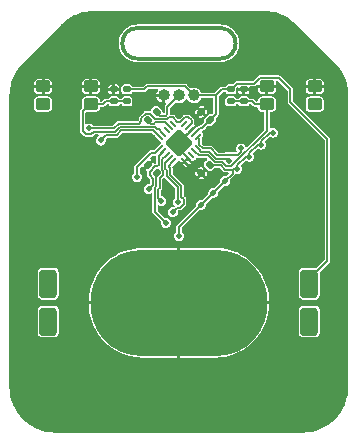
<source format=gbr>
%TF.GenerationSoftware,KiCad,Pcbnew,(6.0.7-1)-1*%
%TF.CreationDate,2022-09-29T17:50:22+03:00*%
%TF.ProjectId,Flux_Capacitor_Micro,466c7578-5f43-4617-9061-6369746f725f,3.0A*%
%TF.SameCoordinates,PX86594f8PY6db8610*%
%TF.FileFunction,Copper,L2,Bot*%
%TF.FilePolarity,Positive*%
%FSLAX46Y46*%
G04 Gerber Fmt 4.6, Leading zero omitted, Abs format (unit mm)*
G04 Created by KiCad (PCBNEW (6.0.7-1)-1) date 2022-09-29 17:50:22*
%MOMM*%
%LPD*%
G01*
G04 APERTURE LIST*
G04 Aperture macros list*
%AMRoundRect*
0 Rectangle with rounded corners*
0 $1 Rounding radius*
0 $2 $3 $4 $5 $6 $7 $8 $9 X,Y pos of 4 corners*
0 Add a 4 corners polygon primitive as box body*
4,1,4,$2,$3,$4,$5,$6,$7,$8,$9,$2,$3,0*
0 Add four circle primitives for the rounded corners*
1,1,$1+$1,$2,$3*
1,1,$1+$1,$4,$5*
1,1,$1+$1,$6,$7*
1,1,$1+$1,$8,$9*
0 Add four rect primitives between the rounded corners*
20,1,$1+$1,$2,$3,$4,$5,0*
20,1,$1+$1,$4,$5,$6,$7,0*
20,1,$1+$1,$6,$7,$8,$9,0*
20,1,$1+$1,$8,$9,$2,$3,0*%
G04 Aperture macros list end*
%TA.AperFunction,NonConductor*%
%ADD10C,0.300000*%
%TD*%
%TA.AperFunction,SMDPad,CuDef*%
%ADD11C,1.000000*%
%TD*%
%TA.AperFunction,SMDPad,CuDef*%
%ADD12O,1.000000X1.000000*%
%TD*%
%TA.AperFunction,SMDPad,CuDef*%
%ADD13RoundRect,0.135000X-0.185000X0.135000X-0.185000X-0.135000X0.185000X-0.135000X0.185000X0.135000X0*%
%TD*%
%TA.AperFunction,SMDPad,CuDef*%
%ADD14RoundRect,0.250000X0.375000X0.250000X-0.375000X0.250000X-0.375000X-0.250000X0.375000X-0.250000X0*%
%TD*%
%TA.AperFunction,SMDPad,CuDef*%
%ADD15RoundRect,0.300000X0.450000X0.900000X-0.450000X0.900000X-0.450000X-0.900000X0.450000X-0.900000X0*%
%TD*%
%TA.AperFunction,SMDPad,CuDef*%
%ADD16O,15.000000X9.000000*%
%TD*%
%TA.AperFunction,SMDPad,CuDef*%
%ADD17RoundRect,0.135000X0.226274X0.035355X0.035355X0.226274X-0.226274X-0.035355X-0.035355X-0.226274X0*%
%TD*%
%TA.AperFunction,SMDPad,CuDef*%
%ADD18RoundRect,0.135000X-0.035355X0.226274X-0.226274X0.035355X0.035355X-0.226274X0.226274X-0.035355X0*%
%TD*%
%TA.AperFunction,SMDPad,CuDef*%
%ADD19RoundRect,0.135000X0.185000X-0.135000X0.185000X0.135000X-0.185000X0.135000X-0.185000X-0.135000X0*%
%TD*%
%TA.AperFunction,SMDPad,CuDef*%
%ADD20RoundRect,0.135000X0.035355X-0.226274X0.226274X-0.035355X-0.035355X0.226274X-0.226274X0.035355X0*%
%TD*%
%TA.AperFunction,SMDPad,CuDef*%
%ADD21RoundRect,0.050000X0.212132X0.282843X-0.282843X-0.212132X-0.212132X-0.282843X0.282843X0.212132X0*%
%TD*%
%TA.AperFunction,SMDPad,CuDef*%
%ADD22RoundRect,0.050000X-0.212132X0.282843X-0.282843X0.212132X0.212132X-0.282843X0.282843X-0.212132X0*%
%TD*%
%TA.AperFunction,SMDPad,CuDef*%
%ADD23RoundRect,0.170000X0.000000X0.961665X-0.961665X0.000000X0.000000X-0.961665X0.961665X0.000000X0*%
%TD*%
%TA.AperFunction,ViaPad*%
%ADD24C,0.500000*%
%TD*%
%TA.AperFunction,Conductor*%
%ADD25C,0.150000*%
%TD*%
G04 APERTURE END LIST*
D10*
X11000000Y34400000D02*
G75*
G03*
X11000000Y31800000I0J-1300000D01*
G01*
X18000000Y31800000D02*
X11000000Y31800000D01*
X18000000Y31800000D02*
G75*
G03*
X18000000Y34400000I0J1300000D01*
G01*
X11000000Y34400000D02*
X18000000Y34400000D01*
D11*
X15770000Y28700000D03*
D12*
X14500000Y28700000D03*
X13230000Y28700000D03*
D13*
X10100000Y29210000D03*
X10100000Y28190000D03*
D14*
X26000000Y27950000D03*
X21950000Y29450000D03*
X26000000Y29450000D03*
X21950000Y27950000D03*
D15*
X3450000Y12750000D03*
X3450000Y9550000D03*
X25550000Y9550000D03*
X25550000Y12750000D03*
D16*
X14500000Y11150000D03*
D17*
X12610624Y22089376D03*
X11889376Y22810624D03*
D13*
X18900000Y29210000D03*
X18900000Y28190000D03*
D14*
X3000000Y27950000D03*
X7050000Y29450000D03*
X3000000Y29450000D03*
X7050000Y27950000D03*
D18*
X17110624Y22810624D03*
X16389376Y22089376D03*
D19*
X20000000Y28190000D03*
X20000000Y29210000D03*
D20*
X11889376Y26589376D03*
X12610624Y27310624D03*
D17*
X17110624Y26589376D03*
X16389376Y27310624D03*
D19*
X9000000Y28190000D03*
X9000000Y29210000D03*
D21*
X14959619Y26290990D03*
X15242462Y26008148D03*
X15525305Y25725305D03*
X15808148Y25442462D03*
X16090990Y25159619D03*
D22*
X16090990Y24240381D03*
X15808148Y23957538D03*
X15525305Y23674695D03*
X15242462Y23391852D03*
X14959619Y23109010D03*
D21*
X14040381Y23109010D03*
X13757538Y23391852D03*
X13474695Y23674695D03*
X13191852Y23957538D03*
X12909010Y24240381D03*
D22*
X12909010Y25159619D03*
X13191852Y25442462D03*
X13474695Y25725305D03*
X13757538Y26008148D03*
X14040381Y26290990D03*
D23*
X14500000Y24700000D03*
D24*
X16350000Y19400000D03*
X18410000Y21440000D03*
X20450000Y23500000D03*
X21475000Y24525000D03*
X17375000Y20425000D03*
X14500000Y16810000D03*
X22490000Y25540000D03*
X19425000Y22475000D03*
X6850000Y25900000D03*
X7875000Y24875000D03*
X19750000Y24200000D03*
X18722000Y23178000D03*
X10950000Y21800000D03*
X11975000Y20775000D03*
X13000000Y19750000D03*
X14410523Y19676563D03*
X13390000Y17900000D03*
X13990000Y18820000D03*
D25*
X18947500Y29210000D02*
X19422500Y29685000D01*
X11585000Y29210000D02*
X11825000Y29450000D01*
X18160000Y29210000D02*
X18947500Y29210000D01*
X27075000Y14700000D02*
X25550000Y13175000D01*
X15808148Y25442462D02*
X16285686Y25920000D01*
X17650000Y27128752D02*
X17110624Y26589376D01*
X15770000Y28700000D02*
X17650000Y28700000D01*
X16285686Y25920000D02*
X16441248Y25920000D01*
X17650000Y28700000D02*
X18160000Y29210000D01*
X16441248Y25920000D02*
X17110624Y26589376D01*
X27075000Y25000000D02*
X27075000Y14700000D01*
X19422500Y29685000D02*
X20885000Y29685000D01*
X22970000Y30155000D02*
X23925000Y29200000D01*
X21355000Y30155000D02*
X22970000Y30155000D01*
X23925000Y29200000D02*
X23925000Y28150000D01*
X23925000Y28150000D02*
X27075000Y25000000D01*
X11825000Y29450000D02*
X15020000Y29450000D01*
X15020000Y29450000D02*
X15770000Y28700000D01*
X17650000Y28700000D02*
X17650000Y27128752D01*
X10100000Y29210000D02*
X11585000Y29210000D01*
X25550000Y13175000D02*
X25550000Y12750000D01*
X20885000Y29685000D02*
X21355000Y30155000D01*
X14500000Y24134314D02*
X14500000Y24700000D01*
X15242462Y23391852D02*
X14500000Y24134314D01*
X18932964Y22683000D02*
X21950000Y25700036D01*
X18516964Y22683000D02*
X18932964Y22683000D01*
X20000000Y28190000D02*
X20710000Y28190000D01*
X17532999Y23060000D02*
X18139964Y23060000D01*
X16160000Y23605686D02*
X16987313Y23605686D01*
X20710000Y28190000D02*
X20950000Y27950000D01*
X18900000Y28190000D02*
X20000000Y28190000D01*
X15808148Y23957538D02*
X16160000Y23605686D01*
X20950000Y27950000D02*
X21950000Y27950000D01*
X18139964Y23060000D02*
X18516964Y22683000D01*
X21950000Y25700036D02*
X21950000Y27950000D01*
X16987313Y23605686D02*
X17532999Y23060000D01*
X13191852Y25442462D02*
X12823314Y25811000D01*
X7270036Y25620000D02*
X7055036Y25405000D01*
X8315000Y28190000D02*
X9000000Y28190000D01*
X12823314Y25811000D02*
X12653609Y25811000D01*
X9105980Y25620000D02*
X7270036Y25620000D01*
X8075000Y27950000D02*
X8315000Y28190000D01*
X6960000Y27950000D02*
X7050000Y27950000D01*
X12444609Y26020000D02*
X9505980Y26020000D01*
X7055036Y25405000D02*
X6644964Y25405000D01*
X12653609Y25811000D02*
X12444609Y26020000D01*
X9000000Y28190000D02*
X10100000Y28190000D01*
X6355000Y25694964D02*
X6355000Y27345000D01*
X6355000Y27345000D02*
X6960000Y27950000D01*
X6644964Y25405000D02*
X6355000Y25694964D01*
X7050000Y27950000D02*
X8075000Y27950000D01*
X9505980Y26020000D02*
X9105980Y25620000D01*
X19425000Y22779056D02*
X19425000Y22475000D01*
X17151248Y22770000D02*
X18033984Y22770000D01*
X18410000Y21440000D02*
X16370000Y19400000D01*
X16370000Y19400000D02*
X16350000Y19400000D01*
X21475000Y24525000D02*
X21170944Y24525000D01*
X18400984Y22403000D02*
X19048944Y22403000D01*
X20450000Y23500000D02*
X20145944Y23500000D01*
X20145944Y23500000D02*
X19425000Y22779056D01*
X17110624Y22810624D02*
X17151248Y22770000D01*
X19048944Y22078944D02*
X19048944Y22403000D01*
X21475000Y24829056D02*
X21475000Y24525000D01*
X22185944Y25540000D02*
X21475000Y24829056D01*
X19048944Y22403000D02*
X19120944Y22475000D01*
X18410000Y21440000D02*
X19048944Y22078944D01*
X21170944Y24525000D02*
X20450000Y23804056D01*
X14500000Y16810000D02*
X14500000Y17550000D01*
X20450000Y23804056D02*
X20450000Y23500000D01*
X22490000Y25540000D02*
X22185944Y25540000D01*
X14500000Y17550000D02*
X16350000Y19400000D01*
X18033984Y22770000D02*
X18400984Y22403000D01*
X19120944Y22475000D02*
X19425000Y22475000D01*
X8990000Y25900000D02*
X6850000Y25900000D01*
X9390000Y26300000D02*
X8990000Y25900000D01*
X13991168Y26828832D02*
X13648832Y26828832D01*
X15242462Y26008148D02*
X15570000Y26335686D01*
X12044350Y27155650D02*
X11713189Y27155650D01*
X12490000Y26710000D02*
X12044350Y27155650D01*
X11139203Y26300000D02*
X9390000Y26300000D01*
X13648832Y26828832D02*
X13530000Y26710000D01*
X15311168Y26828832D02*
X15008832Y26828832D01*
X11323102Y26765563D02*
X11323102Y26483899D01*
X14380000Y26440000D02*
X13991168Y26828832D01*
X15008832Y26828832D02*
X14620000Y26440000D01*
X13530000Y26710000D02*
X12490000Y26710000D01*
X15570000Y26335686D02*
X15570000Y26570000D01*
X11713189Y27155650D02*
X11323102Y26765563D01*
X15570000Y26570000D02*
X15311168Y26828832D01*
X14620000Y26440000D02*
X14380000Y26440000D01*
X11323102Y26483899D02*
X11139203Y26300000D01*
X7875000Y24875000D02*
X8340000Y25340000D01*
X9221960Y25340000D02*
X9621960Y25740000D01*
X8340000Y25340000D02*
X9221960Y25340000D01*
X12328629Y25740000D02*
X12909010Y25159619D01*
X9621960Y25740000D02*
X12328629Y25740000D01*
X16234000Y25016609D02*
X16234000Y24528706D01*
X16090990Y25159619D02*
X16234000Y25016609D01*
X16234000Y24528706D02*
X16562706Y24200000D01*
X19750000Y23896016D02*
X19750000Y24200000D01*
X17184959Y24200000D02*
X17764959Y23620000D01*
X17764959Y23620000D02*
X18463964Y23620000D01*
X18463964Y23620000D02*
X18523964Y23680000D01*
X19533984Y23680000D02*
X19750000Y23896016D01*
X16562706Y24200000D02*
X17184959Y24200000D01*
X18523964Y23680000D02*
X19533984Y23680000D01*
X18560000Y23340000D02*
X18722000Y23178000D01*
X16090990Y24240381D02*
X16411371Y23920000D01*
X17068979Y23920000D02*
X17648979Y23340000D01*
X17648979Y23340000D02*
X18560000Y23340000D01*
X16411371Y23920000D02*
X17068979Y23920000D01*
X10950000Y22620000D02*
X12140000Y23810000D01*
X12478629Y23810000D02*
X12909010Y24240381D01*
X12140000Y23810000D02*
X12478629Y23810000D01*
X10950000Y21800000D02*
X10950000Y22620000D01*
X12044350Y22244350D02*
X12044350Y21913189D01*
X12500000Y22700000D02*
X12044350Y22244350D01*
X12300000Y21100000D02*
X11975000Y20775000D01*
X13191852Y23931852D02*
X12790000Y23530000D01*
X12790000Y22840000D02*
X12650000Y22700000D01*
X13191852Y23957538D02*
X13191852Y23931852D01*
X12300000Y21657539D02*
X12300000Y21100000D01*
X12790000Y23530000D02*
X12790000Y22840000D01*
X12650000Y22700000D02*
X12500000Y22700000D01*
X12044350Y21913189D02*
X12300000Y21657539D01*
X13176898Y22283102D02*
X13176898Y21983899D01*
X13070000Y22390000D02*
X13176898Y22283102D01*
X12760000Y20768040D02*
X12760000Y19990000D01*
X13176898Y21983899D02*
X12860000Y21667001D01*
X12860000Y20868040D02*
X12760000Y20768040D01*
X13070000Y23270000D02*
X13070000Y22390000D01*
X13474695Y23674695D02*
X13070000Y23270000D01*
X12760000Y19990000D02*
X13000000Y19750000D01*
X12860000Y21667001D02*
X12860000Y20868040D01*
X13360000Y22495980D02*
X13360000Y22994314D01*
X13360000Y22994314D02*
X13757538Y23391852D01*
X14410523Y19676563D02*
X14410523Y20903497D01*
X14410523Y20903497D02*
X13456898Y21857122D01*
X13456898Y21857122D02*
X13456898Y22399082D01*
X13456898Y22399082D02*
X13360000Y22495980D01*
X12610624Y27310624D02*
X12931248Y26990000D01*
X13532852Y27108832D02*
X13532852Y27732852D01*
X12931248Y26990000D02*
X13414020Y26990000D01*
X13532852Y27732852D02*
X14500000Y28700000D01*
X13414020Y26990000D02*
X13532852Y27108832D01*
X13335686Y26430000D02*
X13757538Y26008148D01*
X11889376Y26589376D02*
X12178752Y26300000D01*
X12178752Y26300000D02*
X12370000Y26300000D01*
X12500000Y26430000D02*
X13335686Y26430000D01*
X12370000Y26300000D02*
X12500000Y26430000D01*
X12480000Y20884020D02*
X12580000Y20984020D01*
X12580000Y20984020D02*
X12580000Y22058752D01*
X12480000Y18810000D02*
X12480000Y20884020D01*
X12580000Y22058752D02*
X12610624Y22089376D01*
X13390000Y17900000D02*
X12480000Y18810000D01*
X14615559Y19181563D02*
X14905523Y19471527D01*
X14690523Y21019477D02*
X13736898Y21973102D01*
X13736898Y22515062D02*
X13660000Y22591960D01*
X14905523Y19471527D02*
X14905523Y19881599D01*
X13660000Y22728629D02*
X14040381Y23109010D01*
X13736898Y21973102D02*
X13736898Y22515062D01*
X13660000Y22591960D02*
X13660000Y22728629D01*
X14351563Y19181563D02*
X14615559Y19181563D01*
X13990000Y18820000D02*
X14351563Y19181563D01*
X14690523Y20096599D02*
X14690523Y21019477D01*
X14905523Y19881599D02*
X14690523Y20096599D01*
%TA.AperFunction,Conductor*%
G36*
X21689594Y35846979D02*
G01*
X21700000Y35844191D01*
X21709409Y35846712D01*
X21714287Y35846712D01*
X21728416Y35848259D01*
X21858953Y35842560D01*
X22034466Y35834897D01*
X22040887Y35834334D01*
X22369600Y35791059D01*
X22375949Y35789940D01*
X22505361Y35761250D01*
X22699644Y35718178D01*
X22705879Y35716507D01*
X23022073Y35616811D01*
X23028139Y35614603D01*
X23334444Y35487728D01*
X23340295Y35485000D01*
X23634389Y35331904D01*
X23639980Y35328676D01*
X23919600Y35150539D01*
X23924888Y35146836D01*
X24187916Y34945007D01*
X24192862Y34940857D01*
X24418714Y34733901D01*
X24427607Y34722821D01*
X24431060Y34719369D01*
X24435931Y34710931D01*
X24445261Y34705544D01*
X24460585Y34693786D01*
X27693786Y31460585D01*
X27705544Y31445261D01*
X27710931Y31435931D01*
X27719369Y31431060D01*
X27722821Y31427607D01*
X27733901Y31418714D01*
X27940857Y31192862D01*
X27945007Y31187916D01*
X28146836Y30924888D01*
X28150539Y30919600D01*
X28328676Y30639980D01*
X28331904Y30634389D01*
X28485000Y30340295D01*
X28487728Y30334444D01*
X28614603Y30028139D01*
X28616811Y30022073D01*
X28716507Y29705879D01*
X28718178Y29699644D01*
X28756637Y29526169D01*
X28788944Y29380444D01*
X28789939Y29375954D01*
X28791059Y29369600D01*
X28830547Y29069660D01*
X28834334Y29040892D01*
X28834897Y29034466D01*
X28840508Y28905953D01*
X28848259Y28728416D01*
X28846712Y28714287D01*
X28846712Y28709409D01*
X28844191Y28700000D01*
X28846712Y28690592D01*
X28846979Y28689596D01*
X28849500Y28670443D01*
X28849500Y4054557D01*
X28846979Y4035406D01*
X28844191Y4025000D01*
X28846712Y4015590D01*
X28846712Y4009753D01*
X28848108Y3996676D01*
X28831021Y3648862D01*
X28830309Y3641635D01*
X28775586Y3272718D01*
X28774169Y3265595D01*
X28683548Y2903818D01*
X28681440Y2896869D01*
X28555792Y2545705D01*
X28553021Y2539017D01*
X28541674Y2515024D01*
X28393560Y2201864D01*
X28390137Y2195460D01*
X28198396Y1875558D01*
X28194366Y1869527D01*
X27972192Y1569959D01*
X27967598Y1564361D01*
X27717126Y1288008D01*
X27711994Y1282876D01*
X27435639Y1032402D01*
X27430045Y1027812D01*
X27130473Y805634D01*
X27124442Y801604D01*
X26804540Y609863D01*
X26798136Y606440D01*
X26645368Y534186D01*
X26460983Y446979D01*
X26454295Y444208D01*
X26202241Y354022D01*
X26103131Y318560D01*
X26096182Y316452D01*
X25734405Y225831D01*
X25727282Y224414D01*
X25358365Y169691D01*
X25351138Y168979D01*
X25003324Y151892D01*
X24990247Y153288D01*
X24984410Y153288D01*
X24975000Y155809D01*
X24964594Y153021D01*
X24945443Y150500D01*
X4054557Y150500D01*
X4035406Y153021D01*
X4025000Y155809D01*
X4015590Y153288D01*
X4009753Y153288D01*
X3996676Y151892D01*
X3648862Y168979D01*
X3641635Y169691D01*
X3272718Y224414D01*
X3265595Y225831D01*
X2903818Y316452D01*
X2896869Y318560D01*
X2797759Y354022D01*
X2545705Y444208D01*
X2539017Y446979D01*
X2354632Y534186D01*
X2201864Y606440D01*
X2195460Y609863D01*
X1875558Y801604D01*
X1869527Y805634D01*
X1569955Y1027812D01*
X1564361Y1032402D01*
X1288006Y1282876D01*
X1282874Y1288008D01*
X1032402Y1564361D01*
X1027808Y1569959D01*
X805634Y1869527D01*
X801604Y1875558D01*
X609863Y2195460D01*
X606440Y2201864D01*
X458326Y2515024D01*
X446979Y2539017D01*
X444208Y2545705D01*
X318560Y2896869D01*
X316452Y2903818D01*
X225831Y3265595D01*
X224414Y3272718D01*
X169691Y3641635D01*
X168979Y3648862D01*
X151892Y3996676D01*
X153288Y4009753D01*
X153288Y4015590D01*
X155809Y4025000D01*
X153021Y4035406D01*
X150500Y4054557D01*
X150500Y8596166D01*
X2549500Y8596166D01*
X2552481Y8564631D01*
X2597366Y8436816D01*
X2677850Y8327850D01*
X2786816Y8247366D01*
X2914631Y8202481D01*
X2919114Y8202057D01*
X2919115Y8202057D01*
X2944438Y8199663D01*
X2944445Y8199663D01*
X2946166Y8199500D01*
X3953834Y8199500D01*
X3955555Y8199663D01*
X3955562Y8199663D01*
X3980885Y8202057D01*
X3980886Y8202057D01*
X3985369Y8202481D01*
X4113184Y8247366D01*
X4222150Y8327850D01*
X4302634Y8436816D01*
X4347519Y8564631D01*
X4350500Y8596166D01*
X4350500Y10503834D01*
X4347519Y10535369D01*
X4302634Y10663184D01*
X4222150Y10772150D01*
X4113184Y10852634D01*
X3985369Y10897519D01*
X3980886Y10897943D01*
X3980885Y10897943D01*
X3955562Y10900337D01*
X3955555Y10900337D01*
X3953834Y10900500D01*
X2946166Y10900500D01*
X2944445Y10900337D01*
X2944438Y10900337D01*
X2919115Y10897943D01*
X2919114Y10897943D01*
X2914631Y10897519D01*
X2786816Y10852634D01*
X2677850Y10772150D01*
X2597366Y10663184D01*
X2552481Y10535369D01*
X2549500Y10503834D01*
X2549500Y8596166D01*
X150500Y8596166D01*
X150500Y11016337D01*
X6851450Y11016337D01*
X6854190Y10859395D01*
X6854401Y10856034D01*
X6899648Y10439524D01*
X6900160Y10436213D01*
X6982974Y10025503D01*
X6983783Y10022259D01*
X7103481Y9620740D01*
X7104581Y9617582D01*
X7260177Y9228566D01*
X7261555Y9225527D01*
X7451771Y8852207D01*
X7453424Y8849298D01*
X7676687Y8494763D01*
X7678591Y8492023D01*
X7933063Y8159185D01*
X7935233Y8156600D01*
X8218813Y7848209D01*
X8221201Y7845839D01*
X8531559Y7564422D01*
X8534159Y7562271D01*
X8868750Y7310139D01*
X8871528Y7308237D01*
X9227598Y7087464D01*
X9230540Y7085820D01*
X9605142Y6898233D01*
X9608224Y6896861D01*
X9998305Y6743990D01*
X10001470Y6742912D01*
X10403798Y6626026D01*
X10407086Y6625230D01*
X10818330Y6545292D01*
X10821667Y6544799D01*
X11238791Y6502429D01*
X11241521Y6502253D01*
X11321628Y6500015D01*
X11322714Y6500000D01*
X14361952Y6500000D01*
X14371948Y6503638D01*
X14375000Y6508925D01*
X14375000Y6513048D01*
X14625000Y6513048D01*
X14628638Y6503052D01*
X14633925Y6500000D01*
X17608546Y6500000D01*
X17610213Y6500038D01*
X17920213Y6514115D01*
X17923563Y6514420D01*
X18338639Y6571278D01*
X18341956Y6571887D01*
X18750164Y6666129D01*
X18753414Y6667037D01*
X19151420Y6797894D01*
X19154548Y6799082D01*
X19539056Y6965474D01*
X19542083Y6966950D01*
X19909937Y7167511D01*
X19912782Y7169234D01*
X20260952Y7402313D01*
X20263647Y7404300D01*
X20589257Y7667974D01*
X20591759Y7670196D01*
X20892118Y7962282D01*
X20894419Y7964733D01*
X21167065Y8282834D01*
X21169142Y8285493D01*
X21389927Y8596166D01*
X24649500Y8596166D01*
X24652481Y8564631D01*
X24697366Y8436816D01*
X24777850Y8327850D01*
X24886816Y8247366D01*
X25014631Y8202481D01*
X25019114Y8202057D01*
X25019115Y8202057D01*
X25044438Y8199663D01*
X25044445Y8199663D01*
X25046166Y8199500D01*
X26053834Y8199500D01*
X26055555Y8199663D01*
X26055562Y8199663D01*
X26080885Y8202057D01*
X26080886Y8202057D01*
X26085369Y8202481D01*
X26213184Y8247366D01*
X26322150Y8327850D01*
X26402634Y8436816D01*
X26447519Y8564631D01*
X26450500Y8596166D01*
X26450500Y10503834D01*
X26447519Y10535369D01*
X26402634Y10663184D01*
X26322150Y10772150D01*
X26213184Y10852634D01*
X26085369Y10897519D01*
X26080886Y10897943D01*
X26080885Y10897943D01*
X26055562Y10900337D01*
X26055555Y10900337D01*
X26053834Y10900500D01*
X25046166Y10900500D01*
X25044445Y10900337D01*
X25044438Y10900337D01*
X25019115Y10897943D01*
X25019114Y10897943D01*
X25014631Y10897519D01*
X24886816Y10852634D01*
X24777850Y10772150D01*
X24697366Y10663184D01*
X24652481Y10535369D01*
X24649500Y10503834D01*
X24649500Y8596166D01*
X21389927Y8596166D01*
X21411838Y8626998D01*
X21413655Y8629819D01*
X21624398Y8991912D01*
X21625958Y8994895D01*
X21803021Y9374607D01*
X21804301Y9377714D01*
X21946219Y9771905D01*
X21947215Y9775123D01*
X22052817Y10180535D01*
X22053522Y10183852D01*
X22121948Y10597176D01*
X22122345Y10600507D01*
X22152677Y11013559D01*
X22149481Y11021884D01*
X22143859Y11025000D01*
X14638048Y11025000D01*
X14628052Y11021362D01*
X14625000Y11016075D01*
X14625000Y6513048D01*
X14375000Y6513048D01*
X14375000Y11011952D01*
X14371362Y11021948D01*
X14366075Y11025000D01*
X6864347Y11025000D01*
X6854351Y11021362D01*
X6851450Y11016337D01*
X150500Y11016337D01*
X150500Y11286441D01*
X6847323Y11286441D01*
X6850519Y11278116D01*
X6856141Y11275000D01*
X14361952Y11275000D01*
X14371948Y11278638D01*
X14375000Y11283925D01*
X14375000Y11288048D01*
X14625000Y11288048D01*
X14628638Y11278052D01*
X14633925Y11275000D01*
X22135653Y11275000D01*
X22145649Y11278638D01*
X22148550Y11283663D01*
X22145810Y11440605D01*
X22145599Y11443966D01*
X22100352Y11860476D01*
X22099840Y11863787D01*
X22017026Y12274497D01*
X22016217Y12277741D01*
X21896519Y12679260D01*
X21895419Y12682418D01*
X21739823Y13071434D01*
X21738445Y13074473D01*
X21548229Y13447793D01*
X21546576Y13450702D01*
X21323313Y13805237D01*
X21321409Y13807977D01*
X21066937Y14140815D01*
X21064767Y14143400D01*
X20781187Y14451791D01*
X20778799Y14454161D01*
X20468441Y14735578D01*
X20465841Y14737729D01*
X20131250Y14989861D01*
X20128472Y14991763D01*
X19772402Y15212536D01*
X19769460Y15214180D01*
X19394858Y15401767D01*
X19391776Y15403139D01*
X19001695Y15556010D01*
X18998530Y15557088D01*
X18596202Y15673974D01*
X18592914Y15674770D01*
X18181670Y15754708D01*
X18178333Y15755201D01*
X17761209Y15797571D01*
X17758479Y15797747D01*
X17678372Y15799985D01*
X17677286Y15800000D01*
X14638048Y15800000D01*
X14628052Y15796362D01*
X14625000Y15791075D01*
X14625000Y11288048D01*
X14375000Y11288048D01*
X14375000Y15786952D01*
X14371362Y15796948D01*
X14366075Y15800000D01*
X11391454Y15800000D01*
X11389787Y15799962D01*
X11079787Y15785885D01*
X11076437Y15785580D01*
X10661361Y15728722D01*
X10658044Y15728113D01*
X10249836Y15633871D01*
X10246586Y15632963D01*
X9848580Y15502106D01*
X9845452Y15500918D01*
X9460944Y15334526D01*
X9457917Y15333050D01*
X9090063Y15132489D01*
X9087218Y15130766D01*
X8739048Y14897687D01*
X8736353Y14895700D01*
X8410743Y14632026D01*
X8408241Y14629804D01*
X8107882Y14337718D01*
X8105581Y14335267D01*
X7832935Y14017166D01*
X7830858Y14014507D01*
X7588162Y13673002D01*
X7586345Y13670181D01*
X7375602Y13308088D01*
X7374042Y13305105D01*
X7196979Y12925393D01*
X7195699Y12922286D01*
X7053781Y12528095D01*
X7052785Y12524877D01*
X6947183Y12119465D01*
X6946478Y12116148D01*
X6878052Y11702824D01*
X6877655Y11699493D01*
X6847323Y11286441D01*
X150500Y11286441D01*
X150500Y11796166D01*
X2549500Y11796166D01*
X2552481Y11764631D01*
X2597366Y11636816D01*
X2677850Y11527850D01*
X2786816Y11447366D01*
X2914631Y11402481D01*
X2919114Y11402057D01*
X2919115Y11402057D01*
X2944438Y11399663D01*
X2944445Y11399663D01*
X2946166Y11399500D01*
X3953834Y11399500D01*
X3955555Y11399663D01*
X3955562Y11399663D01*
X3980885Y11402057D01*
X3980886Y11402057D01*
X3985369Y11402481D01*
X4113184Y11447366D01*
X4222150Y11527850D01*
X4302634Y11636816D01*
X4347519Y11764631D01*
X4350500Y11796166D01*
X4350500Y13703834D01*
X4350336Y13705576D01*
X4347943Y13730885D01*
X4347943Y13730886D01*
X4347519Y13735369D01*
X4302634Y13863184D01*
X4222150Y13972150D01*
X4113184Y14052634D01*
X3985369Y14097519D01*
X3980886Y14097943D01*
X3980885Y14097943D01*
X3955562Y14100337D01*
X3955555Y14100337D01*
X3953834Y14100500D01*
X2946166Y14100500D01*
X2944445Y14100337D01*
X2944438Y14100337D01*
X2919115Y14097943D01*
X2919114Y14097943D01*
X2914631Y14097519D01*
X2786816Y14052634D01*
X2677850Y13972150D01*
X2597366Y13863184D01*
X2552481Y13735369D01*
X2552057Y13730886D01*
X2552057Y13730885D01*
X2549665Y13705576D01*
X2549500Y13703834D01*
X2549500Y11796166D01*
X150500Y11796166D01*
X150500Y28231519D01*
X2224500Y28231519D01*
X2224501Y27668482D01*
X2224956Y27665610D01*
X2224956Y27665608D01*
X2225516Y27662075D01*
X2239354Y27574696D01*
X2254307Y27545349D01*
X2294304Y27466850D01*
X2294306Y27466848D01*
X2296950Y27461658D01*
X2386658Y27371950D01*
X2391848Y27369306D01*
X2391850Y27369304D01*
X2494502Y27317000D01*
X2494505Y27316999D01*
X2499696Y27314354D01*
X2505448Y27313443D01*
X2505451Y27313442D01*
X2580468Y27301561D01*
X2593481Y27299500D01*
X3000000Y27299500D01*
X3406518Y27299501D01*
X3409390Y27299956D01*
X3409392Y27299956D01*
X3444833Y27305569D01*
X3500304Y27314354D01*
X3536771Y27332935D01*
X6124778Y27332935D01*
X6126791Y27325423D01*
X6126791Y27325419D01*
X6126978Y27324722D01*
X6129500Y27305569D01*
X6129500Y25702825D01*
X6129399Y25698952D01*
X6127300Y25658900D01*
X6130087Y25651640D01*
X6130087Y25651639D01*
X6136031Y25636155D01*
X6139329Y25625022D01*
X6144393Y25601196D01*
X6149389Y25594320D01*
X6158606Y25577343D01*
X6161654Y25569404D01*
X6178884Y25552174D01*
X6186424Y25543345D01*
X6200740Y25523641D01*
X6207475Y25519753D01*
X6207476Y25519752D01*
X6208100Y25519392D01*
X6223428Y25507631D01*
X6479957Y25251102D01*
X6482624Y25248292D01*
X6509457Y25218491D01*
X6516561Y25215328D01*
X6516564Y25215326D01*
X6531711Y25208583D01*
X6541918Y25203040D01*
X6562346Y25189774D01*
X6570028Y25188557D01*
X6570029Y25188557D01*
X6570744Y25188444D01*
X6589265Y25182958D01*
X6597032Y25179500D01*
X6621391Y25179500D01*
X6632967Y25178589D01*
X6657029Y25174778D01*
X6664541Y25176791D01*
X6664545Y25176791D01*
X6665242Y25176978D01*
X6684395Y25179500D01*
X7047175Y25179500D01*
X7051048Y25179399D01*
X7083333Y25177707D01*
X7091100Y25177300D01*
X7098360Y25180087D01*
X7098361Y25180087D01*
X7113845Y25186031D01*
X7124979Y25189329D01*
X7148804Y25194393D01*
X7155680Y25199389D01*
X7172657Y25208606D01*
X7180596Y25211654D01*
X7197826Y25228884D01*
X7206656Y25236425D01*
X7213461Y25241369D01*
X7226359Y25250740D01*
X7230608Y25258100D01*
X7242369Y25273428D01*
X7341767Y25372826D01*
X7387643Y25394218D01*
X7394093Y25394500D01*
X7660112Y25394500D01*
X7707678Y25377187D01*
X7732988Y25333350D01*
X7724198Y25283500D01*
X7693707Y25254566D01*
X7629947Y25222079D01*
X7629944Y25222077D01*
X7624755Y25219433D01*
X7530567Y25125245D01*
X7527923Y25120056D01*
X7527921Y25120053D01*
X7485127Y25036064D01*
X7470095Y25006562D01*
X7469184Y25000810D01*
X7469183Y25000807D01*
X7454262Y24906594D01*
X7449258Y24875000D01*
X7450169Y24869248D01*
X7469183Y24749193D01*
X7469184Y24749190D01*
X7470095Y24743438D01*
X7472740Y24738247D01*
X7472741Y24738244D01*
X7527921Y24629947D01*
X7527923Y24629944D01*
X7530567Y24624755D01*
X7624755Y24530567D01*
X7629944Y24527923D01*
X7629947Y24527921D01*
X7738244Y24472741D01*
X7738247Y24472740D01*
X7743438Y24470095D01*
X7749190Y24469184D01*
X7749193Y24469183D01*
X7869248Y24450169D01*
X7875000Y24449258D01*
X7880752Y24450169D01*
X8000807Y24469183D01*
X8000810Y24469184D01*
X8006562Y24470095D01*
X8011753Y24472740D01*
X8011756Y24472741D01*
X8120053Y24527921D01*
X8120056Y24527923D01*
X8125245Y24530567D01*
X8219433Y24624755D01*
X8222077Y24629944D01*
X8222079Y24629947D01*
X8277259Y24738244D01*
X8277260Y24738247D01*
X8279905Y24743438D01*
X8280816Y24749190D01*
X8280817Y24749193D01*
X8299831Y24869248D01*
X8300742Y24875000D01*
X8292033Y24929988D01*
X8301692Y24979677D01*
X8312796Y24993890D01*
X8411731Y25092826D01*
X8457607Y25114218D01*
X8464057Y25114500D01*
X9214099Y25114500D01*
X9217972Y25114399D01*
X9250257Y25112707D01*
X9258024Y25112300D01*
X9265284Y25115087D01*
X9265285Y25115087D01*
X9280769Y25121031D01*
X9291903Y25124329D01*
X9315728Y25129393D01*
X9322604Y25134389D01*
X9339581Y25143606D01*
X9347520Y25146654D01*
X9364750Y25163884D01*
X9373580Y25171425D01*
X9378791Y25175211D01*
X9393283Y25185740D01*
X9397170Y25192473D01*
X9397173Y25192476D01*
X9397534Y25193102D01*
X9409293Y25208427D01*
X9693691Y25492826D01*
X9739567Y25514218D01*
X9746017Y25514500D01*
X12204571Y25514500D01*
X12252137Y25497187D01*
X12256897Y25492826D01*
X12416734Y25332989D01*
X12430898Y25306493D01*
X12433090Y25307401D01*
X12435878Y25300670D01*
X12437300Y25293520D01*
X12441349Y25287460D01*
X12465884Y25250740D01*
X12470428Y25243940D01*
X12962042Y24752326D01*
X12983434Y24706450D01*
X12970333Y24657555D01*
X12962042Y24647674D01*
X12470428Y24156060D01*
X12468409Y24153038D01*
X12468408Y24153037D01*
X12441842Y24113277D01*
X12437300Y24106480D01*
X12435879Y24099333D01*
X12433088Y24092596D01*
X12430893Y24093505D01*
X12416733Y24067009D01*
X12406898Y24057174D01*
X12361022Y24035782D01*
X12354572Y24035500D01*
X12147861Y24035500D01*
X12143988Y24035601D01*
X12111703Y24037293D01*
X12103936Y24037700D01*
X12096676Y24034913D01*
X12096675Y24034913D01*
X12081191Y24028969D01*
X12070058Y24025671D01*
X12046232Y24020607D01*
X12039356Y24015611D01*
X12022379Y24006394D01*
X12014440Y24003346D01*
X11997210Y23986116D01*
X11988381Y23978576D01*
X11968677Y23964260D01*
X11964790Y23957527D01*
X11964787Y23957524D01*
X11964426Y23956898D01*
X11952667Y23941573D01*
X10796102Y22785007D01*
X10793292Y22782340D01*
X10763491Y22755507D01*
X10760328Y22748403D01*
X10760326Y22748400D01*
X10753583Y22733253D01*
X10748040Y22723046D01*
X10734774Y22702618D01*
X10733557Y22694936D01*
X10733557Y22694935D01*
X10733444Y22694220D01*
X10727958Y22675699D01*
X10724500Y22667932D01*
X10724500Y22643573D01*
X10723589Y22631997D01*
X10719778Y22607935D01*
X10721791Y22600423D01*
X10721791Y22600419D01*
X10721978Y22599722D01*
X10724500Y22580569D01*
X10724500Y22198990D01*
X10707187Y22151424D01*
X10699723Y22144465D01*
X10699755Y22144433D01*
X10605567Y22050245D01*
X10602923Y22045056D01*
X10602921Y22045053D01*
X10547741Y21936756D01*
X10545095Y21931562D01*
X10544184Y21925810D01*
X10544183Y21925807D01*
X10531370Y21844905D01*
X10524258Y21800000D01*
X10525169Y21794248D01*
X10544183Y21674193D01*
X10544184Y21674190D01*
X10545095Y21668438D01*
X10547740Y21663247D01*
X10547741Y21663244D01*
X10602921Y21554947D01*
X10602923Y21554944D01*
X10605567Y21549755D01*
X10699755Y21455567D01*
X10704944Y21452923D01*
X10704947Y21452921D01*
X10813244Y21397741D01*
X10813247Y21397740D01*
X10818438Y21395095D01*
X10824190Y21394184D01*
X10824193Y21394183D01*
X10944248Y21375169D01*
X10950000Y21374258D01*
X10955752Y21375169D01*
X11075807Y21394183D01*
X11075810Y21394184D01*
X11081562Y21395095D01*
X11086753Y21397740D01*
X11086756Y21397741D01*
X11195053Y21452921D01*
X11195056Y21452923D01*
X11200245Y21455567D01*
X11294433Y21549755D01*
X11297077Y21554944D01*
X11297079Y21554947D01*
X11352259Y21663244D01*
X11352260Y21663247D01*
X11354905Y21668438D01*
X11355816Y21674190D01*
X11355817Y21674193D01*
X11374831Y21794248D01*
X11375742Y21800000D01*
X11368630Y21844905D01*
X11355817Y21925807D01*
X11355816Y21925810D01*
X11354905Y21931562D01*
X11352259Y21936756D01*
X11297079Y22045053D01*
X11297077Y22045056D01*
X11294433Y22050245D01*
X11200245Y22144433D01*
X11201546Y22145734D01*
X11177699Y22181085D01*
X11175500Y22198990D01*
X11175500Y22495942D01*
X11192813Y22543508D01*
X11197174Y22548268D01*
X11295940Y22647034D01*
X11341816Y22668426D01*
X11390711Y22655325D01*
X11412513Y22631428D01*
X11419873Y22618550D01*
X11430298Y22605374D01*
X11433152Y22602168D01*
X11459422Y22575898D01*
X11469061Y22571403D01*
X11474960Y22572984D01*
X11889376Y22987401D01*
X12124102Y23222126D01*
X12128597Y23231765D01*
X12127016Y23237664D01*
X12097857Y23266823D01*
X12094594Y23269720D01*
X12081016Y23280411D01*
X12068704Y23287415D01*
X12035919Y23325982D01*
X12035595Y23376600D01*
X12052967Y23404062D01*
X12211731Y23562826D01*
X12257607Y23584218D01*
X12264057Y23584500D01*
X12470768Y23584500D01*
X12474641Y23584399D01*
X12491605Y23583510D01*
X12538200Y23563731D01*
X12560194Y23520564D01*
X12559778Y23517935D01*
X12561791Y23510423D01*
X12561791Y23510419D01*
X12561978Y23509722D01*
X12564500Y23490569D01*
X12564500Y23000409D01*
X12547187Y22952843D01*
X12503350Y22927533D01*
X12486628Y22926510D01*
X12471703Y22927292D01*
X12463936Y22927699D01*
X12456674Y22924911D01*
X12453572Y22924420D01*
X12403883Y22934078D01*
X12372980Y22970810D01*
X12364340Y22993142D01*
X12358881Y23002695D01*
X12348454Y23015874D01*
X12345600Y23019080D01*
X12319331Y23045349D01*
X12309692Y23049844D01*
X12303793Y23048263D01*
X11889376Y22633847D01*
X11654651Y22399121D01*
X11650156Y22389482D01*
X11651737Y22383583D01*
X11680895Y22354425D01*
X11684158Y22351528D01*
X11697734Y22340838D01*
X11707278Y22335410D01*
X11767658Y22312171D01*
X11805831Y22278928D01*
X11814977Y22246982D01*
X11815345Y22239967D01*
X11814128Y22232285D01*
X11816141Y22224773D01*
X11816141Y22224769D01*
X11816328Y22224072D01*
X11818850Y22204919D01*
X11818850Y21921050D01*
X11818749Y21917177D01*
X11816650Y21877125D01*
X11819437Y21869865D01*
X11819437Y21869864D01*
X11825381Y21854380D01*
X11828679Y21843247D01*
X11833743Y21819421D01*
X11838739Y21812545D01*
X11847956Y21795568D01*
X11851004Y21787629D01*
X11868234Y21770399D01*
X11875774Y21761570D01*
X11890090Y21741866D01*
X11896823Y21737979D01*
X11896826Y21737976D01*
X11897452Y21737615D01*
X11912777Y21725856D01*
X12052826Y21585807D01*
X12074218Y21539931D01*
X12074500Y21533481D01*
X12074500Y21271626D01*
X12057187Y21224060D01*
X12013350Y21198750D01*
X11988926Y21198537D01*
X11980755Y21199831D01*
X11980752Y21199831D01*
X11975000Y21200742D01*
X11969248Y21199831D01*
X11849193Y21180817D01*
X11849190Y21180816D01*
X11843438Y21179905D01*
X11838247Y21177260D01*
X11838244Y21177259D01*
X11729947Y21122079D01*
X11729944Y21122077D01*
X11724755Y21119433D01*
X11630567Y21025245D01*
X11627923Y21020056D01*
X11627921Y21020053D01*
X11572741Y20911756D01*
X11570095Y20906562D01*
X11569184Y20900810D01*
X11569183Y20900807D01*
X11558098Y20830817D01*
X11549258Y20775000D01*
X11550169Y20769248D01*
X11569183Y20649193D01*
X11569184Y20649190D01*
X11570095Y20643438D01*
X11572740Y20638247D01*
X11572741Y20638244D01*
X11627921Y20529947D01*
X11627923Y20529944D01*
X11630567Y20524755D01*
X11724755Y20430567D01*
X11729944Y20427923D01*
X11729947Y20427921D01*
X11838244Y20372741D01*
X11838247Y20372740D01*
X11843438Y20370095D01*
X11849190Y20369184D01*
X11849193Y20369183D01*
X11969248Y20350169D01*
X11975000Y20349258D01*
X11980752Y20350169D01*
X12100807Y20369183D01*
X12100810Y20369184D01*
X12106562Y20370095D01*
X12146906Y20390651D01*
X12197146Y20396820D01*
X12239599Y20369252D01*
X12254500Y20324717D01*
X12254500Y18817861D01*
X12254399Y18813988D01*
X12252300Y18773936D01*
X12255087Y18766676D01*
X12255087Y18766675D01*
X12261031Y18751191D01*
X12264329Y18740058D01*
X12269393Y18716232D01*
X12274389Y18709356D01*
X12283606Y18692379D01*
X12286654Y18684440D01*
X12303884Y18667210D01*
X12311424Y18658381D01*
X12325740Y18638677D01*
X12332473Y18634790D01*
X12332476Y18634787D01*
X12333102Y18634426D01*
X12348427Y18622667D01*
X12952204Y18018890D01*
X12973596Y17973014D01*
X12972967Y17954989D01*
X12964258Y17900000D01*
X12965169Y17894248D01*
X12984183Y17774193D01*
X12984184Y17774190D01*
X12985095Y17768438D01*
X12987740Y17763247D01*
X12987741Y17763244D01*
X13042921Y17654947D01*
X13042923Y17654944D01*
X13045567Y17649755D01*
X13139755Y17555567D01*
X13144944Y17552923D01*
X13144947Y17552921D01*
X13253244Y17497741D01*
X13253247Y17497740D01*
X13258438Y17495095D01*
X13264190Y17494184D01*
X13264193Y17494183D01*
X13384248Y17475169D01*
X13390000Y17474258D01*
X13395752Y17475169D01*
X13515807Y17494183D01*
X13515810Y17494184D01*
X13521562Y17495095D01*
X13526753Y17497740D01*
X13526756Y17497741D01*
X13635053Y17552921D01*
X13635056Y17552923D01*
X13640245Y17555567D01*
X13734433Y17649755D01*
X13737077Y17654944D01*
X13737079Y17654947D01*
X13792259Y17763244D01*
X13792260Y17763247D01*
X13794905Y17768438D01*
X13795816Y17774190D01*
X13795817Y17774193D01*
X13814831Y17894248D01*
X13815742Y17900000D01*
X13796912Y18018890D01*
X13795817Y18025807D01*
X13795816Y18025810D01*
X13794905Y18031562D01*
X13792259Y18036756D01*
X13737079Y18145053D01*
X13737077Y18145056D01*
X13734433Y18150245D01*
X13640245Y18244433D01*
X13635056Y18247077D01*
X13635053Y18247079D01*
X13526756Y18302259D01*
X13526753Y18302260D01*
X13521562Y18304905D01*
X13515810Y18305816D01*
X13515807Y18305817D01*
X13395752Y18324831D01*
X13390000Y18325742D01*
X13335011Y18317033D01*
X13285322Y18326692D01*
X13271109Y18337796D01*
X12727174Y18881731D01*
X12705782Y18927607D01*
X12705500Y18934057D01*
X12705500Y19307360D01*
X12722813Y19354926D01*
X12766650Y19380236D01*
X12813094Y19373294D01*
X12868438Y19345095D01*
X12874190Y19344184D01*
X12874193Y19344183D01*
X12994248Y19325169D01*
X13000000Y19324258D01*
X13005752Y19325169D01*
X13125807Y19344183D01*
X13125810Y19344184D01*
X13131562Y19345095D01*
X13136753Y19347740D01*
X13136756Y19347741D01*
X13245053Y19402921D01*
X13245056Y19402923D01*
X13250245Y19405567D01*
X13344433Y19499755D01*
X13347077Y19504944D01*
X13347079Y19504947D01*
X13402259Y19613244D01*
X13402260Y19613247D01*
X13404905Y19618438D01*
X13405816Y19624190D01*
X13405817Y19624193D01*
X13424831Y19744248D01*
X13425742Y19750000D01*
X13416493Y19808400D01*
X13405817Y19875807D01*
X13405816Y19875810D01*
X13404905Y19881562D01*
X13386511Y19917663D01*
X13347079Y19995053D01*
X13347077Y19995056D01*
X13344433Y20000245D01*
X13250245Y20094433D01*
X13245056Y20097077D01*
X13245053Y20097079D01*
X13136756Y20152259D01*
X13136753Y20152260D01*
X13131562Y20154905D01*
X13125810Y20155816D01*
X13125807Y20155817D01*
X13047924Y20168152D01*
X13003651Y20192693D01*
X12985500Y20241241D01*
X12985500Y20643983D01*
X13002813Y20691549D01*
X13007174Y20696309D01*
X13013899Y20703034D01*
X13016709Y20705701D01*
X13040730Y20727330D01*
X13046509Y20732533D01*
X13049673Y20739639D01*
X13056419Y20754789D01*
X13061957Y20764989D01*
X13070989Y20778898D01*
X13070990Y20778900D01*
X13075225Y20785422D01*
X13076555Y20793818D01*
X13082042Y20812340D01*
X13085500Y20820108D01*
X13085500Y20844468D01*
X13086411Y20856045D01*
X13089005Y20872422D01*
X13090222Y20880105D01*
X13088209Y20887617D01*
X13088209Y20887621D01*
X13088022Y20888318D01*
X13085500Y20907471D01*
X13085500Y21542943D01*
X13102813Y21590509D01*
X13107174Y21595269D01*
X13198911Y21687006D01*
X13244787Y21708398D01*
X13293682Y21695297D01*
X13298552Y21691423D01*
X13302638Y21685799D01*
X13309371Y21681912D01*
X13309374Y21681909D01*
X13310000Y21681548D01*
X13325325Y21669789D01*
X14163349Y20831766D01*
X14184741Y20785890D01*
X14185023Y20779440D01*
X14185023Y20075553D01*
X14167710Y20027987D01*
X14160246Y20021028D01*
X14160278Y20020996D01*
X14066090Y19926808D01*
X14063446Y19921619D01*
X14063444Y19921616D01*
X14008264Y19813319D01*
X14005618Y19808125D01*
X14004707Y19802373D01*
X14004706Y19802370D01*
X13997323Y19755752D01*
X13984781Y19676563D01*
X13985692Y19670811D01*
X14004706Y19550756D01*
X14004707Y19550753D01*
X14005618Y19545001D01*
X14008263Y19539810D01*
X14008264Y19539807D01*
X14063444Y19431510D01*
X14063446Y19431507D01*
X14066090Y19426318D01*
X14119426Y19372982D01*
X14140818Y19327106D01*
X14127717Y19278211D01*
X14119423Y19268328D01*
X14108888Y19257794D01*
X14063011Y19236403D01*
X14044989Y19237033D01*
X13995752Y19244831D01*
X13990000Y19245742D01*
X13984248Y19244831D01*
X13864193Y19225817D01*
X13864190Y19225816D01*
X13858438Y19224905D01*
X13853247Y19222260D01*
X13853244Y19222259D01*
X13744947Y19167079D01*
X13744944Y19167077D01*
X13739755Y19164433D01*
X13645567Y19070245D01*
X13642923Y19065056D01*
X13642921Y19065053D01*
X13592396Y18965892D01*
X13585095Y18951562D01*
X13584184Y18945810D01*
X13584183Y18945807D01*
X13574035Y18881731D01*
X13564258Y18820000D01*
X13565169Y18814248D01*
X13584183Y18694193D01*
X13584184Y18694190D01*
X13585095Y18688438D01*
X13587740Y18683247D01*
X13587741Y18683244D01*
X13642921Y18574947D01*
X13642923Y18574944D01*
X13645567Y18569755D01*
X13739755Y18475567D01*
X13744944Y18472923D01*
X13744947Y18472921D01*
X13853244Y18417741D01*
X13853247Y18417740D01*
X13858438Y18415095D01*
X13864190Y18414184D01*
X13864193Y18414183D01*
X13984248Y18395169D01*
X13990000Y18394258D01*
X13995752Y18395169D01*
X14115807Y18414183D01*
X14115810Y18414184D01*
X14121562Y18415095D01*
X14126753Y18417740D01*
X14126756Y18417741D01*
X14235053Y18472921D01*
X14235056Y18472923D01*
X14240245Y18475567D01*
X14334433Y18569755D01*
X14337077Y18574944D01*
X14337079Y18574947D01*
X14392259Y18683244D01*
X14392260Y18683247D01*
X14394905Y18688438D01*
X14395816Y18694190D01*
X14395817Y18694193D01*
X14414831Y18814248D01*
X14415742Y18820000D01*
X14407746Y18870487D01*
X14417405Y18920176D01*
X14456743Y18952032D01*
X14480835Y18956063D01*
X14607698Y18956063D01*
X14611571Y18955962D01*
X14643856Y18954270D01*
X14651623Y18953863D01*
X14658883Y18956650D01*
X14658884Y18956650D01*
X14674368Y18962594D01*
X14685502Y18965892D01*
X14709327Y18970956D01*
X14716203Y18975952D01*
X14733180Y18985169D01*
X14741119Y18988217D01*
X14758349Y19005447D01*
X14767179Y19012988D01*
X14780589Y19022731D01*
X14786882Y19027303D01*
X14791131Y19034663D01*
X14802892Y19049991D01*
X15059421Y19306520D01*
X15062231Y19309187D01*
X15092032Y19336020D01*
X15095195Y19343124D01*
X15095197Y19343127D01*
X15101940Y19358274D01*
X15107483Y19368482D01*
X15120749Y19388909D01*
X15122079Y19397307D01*
X15127565Y19415828D01*
X15131023Y19423595D01*
X15131023Y19447954D01*
X15131934Y19459530D01*
X15134528Y19475909D01*
X15135745Y19483592D01*
X15133732Y19491104D01*
X15133732Y19491108D01*
X15133545Y19491805D01*
X15131023Y19510958D01*
X15131023Y19873738D01*
X15131124Y19877611D01*
X15132816Y19909897D01*
X15133223Y19917663D01*
X15130435Y19924926D01*
X15124492Y19940409D01*
X15121194Y19951542D01*
X15117747Y19967760D01*
X15117747Y19967761D01*
X15116130Y19975367D01*
X15111132Y19982247D01*
X15101917Y19999219D01*
X15101658Y19999894D01*
X15101657Y19999896D01*
X15098869Y20007158D01*
X15081642Y20024385D01*
X15074101Y20033215D01*
X15064354Y20046630D01*
X15059783Y20052922D01*
X15052420Y20057173D01*
X15037094Y20068933D01*
X14937697Y20168330D01*
X14916305Y20214206D01*
X14916023Y20220656D01*
X14916023Y21011635D01*
X14916124Y21015508D01*
X14917815Y21047775D01*
X14918222Y21055541D01*
X14915434Y21062804D01*
X14909493Y21078282D01*
X14906195Y21089416D01*
X14902747Y21105635D01*
X14901130Y21113245D01*
X14896130Y21120128D01*
X14886915Y21137100D01*
X14886656Y21137775D01*
X14886656Y21137776D01*
X14883868Y21145037D01*
X14866642Y21162263D01*
X14859101Y21171093D01*
X14854621Y21177259D01*
X14844783Y21190800D01*
X14837420Y21195051D01*
X14822094Y21206811D01*
X14325315Y21703590D01*
X16185510Y21703590D01*
X16187091Y21697691D01*
X16251600Y21633182D01*
X16254876Y21630273D01*
X16268444Y21619591D01*
X16277989Y21614161D01*
X16365519Y21580474D01*
X16378726Y21578026D01*
X16471234Y21578106D01*
X16484439Y21580577D01*
X16571896Y21614413D01*
X16581447Y21619871D01*
X16594626Y21630298D01*
X16597832Y21633152D01*
X16624102Y21659421D01*
X16628597Y21669061D01*
X16627017Y21674958D01*
X16398602Y21903373D01*
X16388963Y21907868D01*
X16383064Y21906287D01*
X16190005Y21713229D01*
X16185510Y21703590D01*
X14325315Y21703590D01*
X13984072Y22044833D01*
X13962680Y22090709D01*
X13962398Y22097159D01*
X13962398Y22170736D01*
X15878026Y22170736D01*
X15878106Y22078229D01*
X15880577Y22065024D01*
X15914413Y21977566D01*
X15919871Y21968015D01*
X15930298Y21954836D01*
X15933152Y21951630D01*
X15994777Y21890005D01*
X16004416Y21885510D01*
X16010315Y21887091D01*
X16203373Y22080150D01*
X16207483Y22088963D01*
X16570884Y22088963D01*
X16572465Y22083064D01*
X16800879Y21854650D01*
X16810518Y21850155D01*
X16816417Y21851736D01*
X16845566Y21880886D01*
X16848480Y21884167D01*
X16859162Y21897734D01*
X16864592Y21907280D01*
X16898278Y21994808D01*
X16900726Y22008016D01*
X16900646Y22100523D01*
X16898175Y22113728D01*
X16864339Y22201186D01*
X16858881Y22210737D01*
X16848454Y22223916D01*
X16845600Y22227122D01*
X16783975Y22288747D01*
X16774336Y22293242D01*
X16768437Y22291661D01*
X16575379Y22098602D01*
X16570884Y22088963D01*
X16207483Y22088963D01*
X16207868Y22089789D01*
X16206287Y22095688D01*
X15977874Y22324101D01*
X15968235Y22328596D01*
X15962336Y22327015D01*
X15933186Y22297866D01*
X15930272Y22294585D01*
X15919590Y22281018D01*
X15914160Y22271472D01*
X15880474Y22183944D01*
X15878026Y22170736D01*
X13962398Y22170736D01*
X13962398Y22507201D01*
X13962463Y22509690D01*
X16150157Y22509690D01*
X16151737Y22503792D01*
X16380150Y22275379D01*
X16389789Y22270884D01*
X16395688Y22272465D01*
X16588747Y22465523D01*
X16593242Y22475162D01*
X16591661Y22481061D01*
X16527152Y22545570D01*
X16523876Y22548479D01*
X16510308Y22559161D01*
X16500763Y22564591D01*
X16413233Y22598278D01*
X16400026Y22600726D01*
X16307518Y22600646D01*
X16294313Y22598175D01*
X16206856Y22564339D01*
X16197305Y22558881D01*
X16184125Y22548453D01*
X16180920Y22545600D01*
X16154652Y22519331D01*
X16150157Y22509690D01*
X13962463Y22509690D01*
X13962499Y22511074D01*
X13964191Y22543359D01*
X13964598Y22551126D01*
X13961810Y22558390D01*
X13955869Y22573868D01*
X13952571Y22584999D01*
X13947505Y22608830D01*
X13949825Y22609323D01*
X13947092Y22648331D01*
X13965902Y22680270D01*
X14146741Y22861109D01*
X14858284Y22861109D01*
X14859865Y22855210D01*
X15041687Y22673388D01*
X15047281Y22668797D01*
X15087654Y22641821D01*
X15100866Y22636349D01*
X15164602Y22623671D01*
X15178900Y22623671D01*
X15242636Y22636349D01*
X15255848Y22641821D01*
X15262707Y22646403D01*
X15268995Y22654980D01*
X15268771Y22658398D01*
X15268690Y22658517D01*
X14968845Y22958363D01*
X14959206Y22962858D01*
X14953307Y22961277D01*
X14862779Y22870749D01*
X14858284Y22861109D01*
X14146741Y22861109D01*
X14448028Y23162395D01*
X14493905Y23183787D01*
X14542799Y23170686D01*
X14552680Y23162395D01*
X14702905Y23012170D01*
X14712544Y23007675D01*
X14718443Y23009256D01*
X14817784Y23108597D01*
X15105771Y23108597D01*
X15107352Y23102698D01*
X15405751Y22804300D01*
X15415390Y22799805D01*
X15418698Y22800692D01*
X15418800Y22800796D01*
X15426808Y22812781D01*
X15432280Y22825992D01*
X15438096Y22855232D01*
X15464355Y22898507D01*
X15496237Y22913374D01*
X15525480Y22919191D01*
X15538691Y22924663D01*
X15545550Y22929245D01*
X15551838Y22937822D01*
X15551614Y22941240D01*
X15551533Y22941359D01*
X15251688Y23241205D01*
X15242049Y23245700D01*
X15236150Y23244119D01*
X15110264Y23118232D01*
X15105771Y23108597D01*
X14817784Y23108597D01*
X14952548Y23243360D01*
X15093958Y23384771D01*
X15093981Y23384792D01*
X15190136Y23480947D01*
X15236012Y23502339D01*
X15284907Y23489238D01*
X15294788Y23480947D01*
X15688594Y23087142D01*
X15698233Y23082647D01*
X15701541Y23083534D01*
X15701643Y23083638D01*
X15709651Y23095623D01*
X15715123Y23108835D01*
X15720834Y23137545D01*
X15747093Y23180820D01*
X15778977Y23195687D01*
X15808520Y23201563D01*
X15815669Y23202985D01*
X15865248Y23236113D01*
X15963887Y23334752D01*
X15984752Y23365978D01*
X16025573Y23395910D01*
X16071952Y23393986D01*
X16077382Y23390460D01*
X16085777Y23389131D01*
X16085780Y23389130D01*
X16104301Y23383644D01*
X16112068Y23380186D01*
X16136427Y23380186D01*
X16148003Y23379275D01*
X16172065Y23375464D01*
X16179577Y23377477D01*
X16179581Y23377477D01*
X16180278Y23377664D01*
X16199431Y23380186D01*
X16836147Y23380186D01*
X16883713Y23362873D01*
X16909023Y23319036D01*
X16900233Y23269186D01*
X16888473Y23253860D01*
X16752846Y23118232D01*
X16652480Y23017866D01*
X16636970Y22998169D01*
X16598768Y22898908D01*
X16598861Y22792552D01*
X16601326Y22786181D01*
X16601326Y22786180D01*
X16613193Y22755507D01*
X16637236Y22693359D01*
X16652479Y22674092D01*
X16974092Y22352480D01*
X16975815Y22351123D01*
X16975821Y22351118D01*
X16989428Y22340404D01*
X16989431Y22340402D01*
X16993790Y22336970D01*
X17052361Y22314428D01*
X17086404Y22301326D01*
X17093050Y22298768D01*
X17146994Y22298815D01*
X17192575Y22298855D01*
X17199407Y22298861D01*
X17298600Y22337236D01*
X17317866Y22352479D01*
X17488212Y22522826D01*
X17534088Y22544218D01*
X17540538Y22544500D01*
X17909926Y22544500D01*
X17957492Y22527187D01*
X17962252Y22522826D01*
X18235977Y22249102D01*
X18238644Y22246292D01*
X18265477Y22216491D01*
X18272583Y22213327D01*
X18287733Y22206581D01*
X18297933Y22201043D01*
X18311842Y22192011D01*
X18311844Y22192010D01*
X18318366Y22187775D01*
X18326045Y22186559D01*
X18326047Y22186558D01*
X18326762Y22186445D01*
X18345284Y22180958D01*
X18353052Y22177500D01*
X18377412Y22177500D01*
X18388988Y22176589D01*
X18413049Y22172778D01*
X18420561Y22174791D01*
X18420565Y22174791D01*
X18421262Y22174978D01*
X18440415Y22177500D01*
X18649943Y22177500D01*
X18697509Y22160187D01*
X18722819Y22116350D01*
X18714029Y22066500D01*
X18702269Y22051174D01*
X18528891Y21877796D01*
X18483015Y21856404D01*
X18464989Y21857033D01*
X18415752Y21864831D01*
X18410000Y21865742D01*
X18404248Y21864831D01*
X18284193Y21845817D01*
X18284190Y21845816D01*
X18278438Y21844905D01*
X18273247Y21842260D01*
X18273244Y21842259D01*
X18164947Y21787079D01*
X18164944Y21787077D01*
X18159755Y21784433D01*
X18065567Y21690245D01*
X18062923Y21685056D01*
X18062921Y21685053D01*
X18007741Y21576756D01*
X18005095Y21571562D01*
X18004184Y21565810D01*
X18004183Y21565807D01*
X17986304Y21452921D01*
X17984258Y21440000D01*
X17985169Y21434248D01*
X17992967Y21385011D01*
X17983308Y21335322D01*
X17972204Y21321109D01*
X17511156Y20860061D01*
X17465280Y20838669D01*
X17447256Y20839298D01*
X17375000Y20850742D01*
X17369248Y20849831D01*
X17249193Y20830817D01*
X17249190Y20830816D01*
X17243438Y20829905D01*
X17238247Y20827260D01*
X17238244Y20827259D01*
X17129947Y20772079D01*
X17129944Y20772077D01*
X17124755Y20769433D01*
X17030567Y20675245D01*
X17027923Y20670056D01*
X17027921Y20670053D01*
X17011714Y20638244D01*
X16970095Y20556562D01*
X16969184Y20550810D01*
X16969183Y20550807D01*
X16965057Y20524755D01*
X16949258Y20425000D01*
X16958099Y20369183D01*
X16960702Y20352746D01*
X16951043Y20303057D01*
X16939939Y20288844D01*
X16486156Y19835061D01*
X16440280Y19813669D01*
X16422256Y19814298D01*
X16350000Y19825742D01*
X16344248Y19824831D01*
X16224193Y19805817D01*
X16224190Y19805816D01*
X16218438Y19804905D01*
X16213247Y19802260D01*
X16213244Y19802259D01*
X16104947Y19747079D01*
X16104944Y19747077D01*
X16099755Y19744433D01*
X16005567Y19650245D01*
X16002923Y19645056D01*
X16002921Y19645053D01*
X15949296Y19539807D01*
X15945095Y19531562D01*
X15944184Y19525810D01*
X15944183Y19525807D01*
X15929227Y19431374D01*
X15924258Y19400000D01*
X15930867Y19358274D01*
X15932967Y19345012D01*
X15923308Y19295323D01*
X15912204Y19281110D01*
X14346102Y17715007D01*
X14343292Y17712340D01*
X14313491Y17685507D01*
X14310328Y17678403D01*
X14310326Y17678400D01*
X14303583Y17663253D01*
X14298040Y17653046D01*
X14284774Y17632618D01*
X14283557Y17624936D01*
X14283557Y17624935D01*
X14283444Y17624220D01*
X14277958Y17605699D01*
X14274500Y17597932D01*
X14274500Y17573573D01*
X14273589Y17561997D01*
X14269778Y17537935D01*
X14271791Y17530423D01*
X14271791Y17530419D01*
X14271978Y17529722D01*
X14274500Y17510569D01*
X14274500Y17208990D01*
X14257187Y17161424D01*
X14249723Y17154465D01*
X14249755Y17154433D01*
X14155567Y17060245D01*
X14152923Y17055056D01*
X14152921Y17055053D01*
X14097741Y16946756D01*
X14095095Y16941562D01*
X14094184Y16935810D01*
X14094183Y16935807D01*
X14075169Y16815752D01*
X14074258Y16810000D01*
X14075169Y16804248D01*
X14094183Y16684193D01*
X14094184Y16684190D01*
X14095095Y16678438D01*
X14097740Y16673247D01*
X14097741Y16673244D01*
X14152921Y16564947D01*
X14152923Y16564944D01*
X14155567Y16559755D01*
X14249755Y16465567D01*
X14254944Y16462923D01*
X14254947Y16462921D01*
X14363244Y16407741D01*
X14363247Y16407740D01*
X14368438Y16405095D01*
X14374190Y16404184D01*
X14374193Y16404183D01*
X14494248Y16385169D01*
X14500000Y16384258D01*
X14505752Y16385169D01*
X14625807Y16404183D01*
X14625810Y16404184D01*
X14631562Y16405095D01*
X14636753Y16407740D01*
X14636756Y16407741D01*
X14745053Y16462921D01*
X14745056Y16462923D01*
X14750245Y16465567D01*
X14844433Y16559755D01*
X14847077Y16564944D01*
X14847079Y16564947D01*
X14902259Y16673244D01*
X14902260Y16673247D01*
X14904905Y16678438D01*
X14905816Y16684190D01*
X14905817Y16684193D01*
X14924831Y16804248D01*
X14925742Y16810000D01*
X14924831Y16815752D01*
X14905817Y16935807D01*
X14905816Y16935810D01*
X14904905Y16941562D01*
X14902259Y16946756D01*
X14847079Y17055053D01*
X14847077Y17055056D01*
X14844433Y17060245D01*
X14750245Y17154433D01*
X14751546Y17155734D01*
X14727699Y17191085D01*
X14725500Y17208990D01*
X14725500Y17425942D01*
X14742813Y17473508D01*
X14747174Y17478268D01*
X16231110Y18962204D01*
X16276986Y18983596D01*
X16295011Y18982967D01*
X16350000Y18974258D01*
X16355752Y18975169D01*
X16475807Y18994183D01*
X16475810Y18994184D01*
X16481562Y18995095D01*
X16486753Y18997740D01*
X16486756Y18997741D01*
X16595053Y19052921D01*
X16595056Y19052923D01*
X16600245Y19055567D01*
X16694433Y19149755D01*
X16697077Y19154944D01*
X16697079Y19154947D01*
X16752259Y19263244D01*
X16752260Y19263247D01*
X16754905Y19268438D01*
X16755816Y19274190D01*
X16755817Y19274193D01*
X16774831Y19394248D01*
X16775742Y19400000D01*
X16769767Y19437723D01*
X16779425Y19487410D01*
X16790530Y19501624D01*
X17273375Y19984470D01*
X17319251Y20005862D01*
X17337274Y20005233D01*
X17375000Y19999258D01*
X17380752Y20000169D01*
X17500807Y20019183D01*
X17500810Y20019184D01*
X17506562Y20020095D01*
X17511753Y20022740D01*
X17511756Y20022741D01*
X17620053Y20077921D01*
X17620056Y20077923D01*
X17625245Y20080567D01*
X17719433Y20174755D01*
X17722077Y20179944D01*
X17722079Y20179947D01*
X17777259Y20288244D01*
X17777260Y20288247D01*
X17779905Y20293438D01*
X17780816Y20299190D01*
X17780817Y20299193D01*
X17799831Y20419248D01*
X17800742Y20425000D01*
X17794767Y20462723D01*
X17804425Y20512411D01*
X17815530Y20526625D01*
X18291110Y21002204D01*
X18336987Y21023596D01*
X18355011Y21022967D01*
X18410000Y21014258D01*
X18415752Y21015169D01*
X18535807Y21034183D01*
X18535810Y21034184D01*
X18541562Y21035095D01*
X18546753Y21037740D01*
X18546756Y21037741D01*
X18655053Y21092921D01*
X18655056Y21092923D01*
X18660245Y21095567D01*
X18754433Y21189755D01*
X18757077Y21194944D01*
X18757079Y21194947D01*
X18812259Y21303244D01*
X18812260Y21303247D01*
X18814905Y21308438D01*
X18815816Y21314190D01*
X18815817Y21314193D01*
X18834831Y21434248D01*
X18835742Y21440000D01*
X18827033Y21494988D01*
X18836692Y21544677D01*
X18847796Y21558890D01*
X19202842Y21913937D01*
X19205652Y21916604D01*
X19206288Y21917177D01*
X19235453Y21943437D01*
X19239101Y21951630D01*
X19245363Y21965693D01*
X19250901Y21975893D01*
X19259933Y21989802D01*
X19259934Y21989804D01*
X19264169Y21996326D01*
X19265386Y22004006D01*
X19268173Y22011268D01*
X19270592Y22010339D01*
X19289245Y22043993D01*
X19336500Y22062136D01*
X19349372Y22061236D01*
X19419248Y22050169D01*
X19425000Y22049258D01*
X19430752Y22050169D01*
X19550807Y22069183D01*
X19550810Y22069184D01*
X19556562Y22070095D01*
X19561753Y22072740D01*
X19561756Y22072741D01*
X19670053Y22127921D01*
X19670056Y22127923D01*
X19675245Y22130567D01*
X19769433Y22224755D01*
X19772077Y22229944D01*
X19772079Y22229947D01*
X19827259Y22338244D01*
X19827260Y22338247D01*
X19829905Y22343438D01*
X19830816Y22349190D01*
X19830817Y22349193D01*
X19849831Y22469248D01*
X19850742Y22475000D01*
X19843167Y22522826D01*
X19830817Y22600807D01*
X19830816Y22600810D01*
X19829905Y22606562D01*
X19817236Y22631428D01*
X19769433Y22725245D01*
X19770688Y22725884D01*
X19758592Y22768075D01*
X19780085Y22815235D01*
X20109765Y23144915D01*
X20155641Y23166307D01*
X20199089Y23154259D01*
X20199755Y23155567D01*
X20313244Y23097741D01*
X20313247Y23097740D01*
X20318438Y23095095D01*
X20324190Y23094184D01*
X20324193Y23094183D01*
X20444248Y23075169D01*
X20450000Y23074258D01*
X20455752Y23075169D01*
X20575807Y23094183D01*
X20575810Y23094184D01*
X20581562Y23095095D01*
X20586753Y23097740D01*
X20586756Y23097741D01*
X20695053Y23152921D01*
X20695056Y23152923D01*
X20700245Y23155567D01*
X20794433Y23249755D01*
X20797077Y23254944D01*
X20797079Y23254947D01*
X20852259Y23363244D01*
X20852260Y23363247D01*
X20854905Y23368438D01*
X20855816Y23374190D01*
X20855817Y23374193D01*
X20874831Y23494248D01*
X20875742Y23500000D01*
X20868204Y23547592D01*
X20855817Y23625807D01*
X20855816Y23625810D01*
X20854905Y23631562D01*
X20794433Y23750245D01*
X20795688Y23750884D01*
X20783592Y23793075D01*
X20805085Y23840235D01*
X21134765Y24169915D01*
X21180641Y24191307D01*
X21224089Y24179259D01*
X21224755Y24180567D01*
X21338244Y24122741D01*
X21338247Y24122740D01*
X21343438Y24120095D01*
X21349190Y24119184D01*
X21349193Y24119183D01*
X21469248Y24100169D01*
X21475000Y24099258D01*
X21480752Y24100169D01*
X21600807Y24119183D01*
X21600810Y24119184D01*
X21606562Y24120095D01*
X21611753Y24122740D01*
X21611756Y24122741D01*
X21720053Y24177921D01*
X21720056Y24177923D01*
X21725245Y24180567D01*
X21819433Y24274755D01*
X21822077Y24279944D01*
X21822079Y24279947D01*
X21877259Y24388244D01*
X21877260Y24388247D01*
X21879905Y24393438D01*
X21880816Y24399190D01*
X21880817Y24399193D01*
X21899831Y24519248D01*
X21900742Y24525000D01*
X21885595Y24620636D01*
X21880817Y24650807D01*
X21880816Y24650810D01*
X21879905Y24656562D01*
X21868492Y24678963D01*
X21819433Y24775245D01*
X21820688Y24775884D01*
X21808592Y24818075D01*
X21830085Y24865235D01*
X22149765Y25184915D01*
X22195641Y25206307D01*
X22239089Y25194259D01*
X22239755Y25195567D01*
X22353244Y25137741D01*
X22353247Y25137740D01*
X22358438Y25135095D01*
X22364190Y25134184D01*
X22364193Y25134183D01*
X22484248Y25115169D01*
X22490000Y25114258D01*
X22495752Y25115169D01*
X22615807Y25134183D01*
X22615810Y25134184D01*
X22621562Y25135095D01*
X22626753Y25137740D01*
X22626756Y25137741D01*
X22735053Y25192921D01*
X22735056Y25192923D01*
X22740245Y25195567D01*
X22834433Y25289755D01*
X22837077Y25294944D01*
X22837079Y25294947D01*
X22892259Y25403244D01*
X22892260Y25403247D01*
X22894905Y25408438D01*
X22895816Y25414190D01*
X22895817Y25414193D01*
X22914831Y25534248D01*
X22915742Y25540000D01*
X22910554Y25572759D01*
X22895817Y25665807D01*
X22895816Y25665810D01*
X22894905Y25671562D01*
X22892259Y25676756D01*
X22837079Y25785053D01*
X22837077Y25785056D01*
X22834433Y25790245D01*
X22740245Y25884433D01*
X22735056Y25887077D01*
X22735053Y25887079D01*
X22626756Y25942259D01*
X22626753Y25942260D01*
X22621562Y25944905D01*
X22615810Y25945816D01*
X22615807Y25945817D01*
X22495752Y25964831D01*
X22490000Y25965742D01*
X22484248Y25964831D01*
X22364193Y25945817D01*
X22364190Y25945816D01*
X22358438Y25944905D01*
X22283093Y25906515D01*
X22232853Y25900347D01*
X22190401Y25927916D01*
X22175500Y25972450D01*
X22175500Y27225501D01*
X22192813Y27273067D01*
X22236650Y27298377D01*
X22249500Y27299501D01*
X22356518Y27299501D01*
X22359390Y27299956D01*
X22359392Y27299956D01*
X22394833Y27305569D01*
X22450304Y27314354D01*
X22507496Y27343495D01*
X22558150Y27369304D01*
X22558152Y27369306D01*
X22563342Y27371950D01*
X22653050Y27461658D01*
X22655694Y27466848D01*
X22655696Y27466850D01*
X22708000Y27569502D01*
X22708001Y27569505D01*
X22710646Y27574696D01*
X22711557Y27580448D01*
X22711558Y27580451D01*
X22725045Y27665608D01*
X22725500Y27668481D01*
X22725499Y28231518D01*
X22724485Y28237924D01*
X22711557Y28319550D01*
X22710646Y28325304D01*
X22681848Y28381823D01*
X22655696Y28433150D01*
X22655694Y28433152D01*
X22653050Y28438342D01*
X22563342Y28528050D01*
X22558152Y28530694D01*
X22558150Y28530696D01*
X22455498Y28583000D01*
X22455495Y28583001D01*
X22450304Y28585646D01*
X22444552Y28586557D01*
X22444549Y28586558D01*
X22359392Y28600045D01*
X22356519Y28600500D01*
X22353610Y28600500D01*
X21950001Y28600499D01*
X21543482Y28600499D01*
X21540610Y28600044D01*
X21540608Y28600044D01*
X21508910Y28595024D01*
X21449696Y28585646D01*
X21407926Y28564363D01*
X21341850Y28530696D01*
X21341848Y28530694D01*
X21336658Y28528050D01*
X21246950Y28438342D01*
X21244306Y28433152D01*
X21244304Y28433150D01*
X21192000Y28330498D01*
X21189354Y28325304D01*
X21188443Y28319552D01*
X21188442Y28319549D01*
X21175514Y28237924D01*
X21150973Y28193651D01*
X21102425Y28175500D01*
X21074057Y28175500D01*
X21026491Y28192813D01*
X21021731Y28197174D01*
X20875007Y28343898D01*
X20872340Y28346708D01*
X20858568Y28362003D01*
X20845507Y28376509D01*
X20838403Y28379672D01*
X20838400Y28379674D01*
X20823253Y28386417D01*
X20813045Y28391960D01*
X20799142Y28400989D01*
X20792618Y28405226D01*
X20784936Y28406443D01*
X20784935Y28406443D01*
X20784220Y28406556D01*
X20765699Y28412042D01*
X20757932Y28415500D01*
X20733573Y28415500D01*
X20721997Y28416411D01*
X20716428Y28417293D01*
X20697935Y28420222D01*
X20690423Y28418209D01*
X20690419Y28418209D01*
X20689722Y28418022D01*
X20670569Y28415500D01*
X20505339Y28415500D01*
X20457773Y28432813D01*
X20437710Y28459461D01*
X20427137Y28483265D01*
X20424363Y28489510D01*
X20349092Y28564650D01*
X20342844Y28567412D01*
X20342843Y28567413D01*
X20256903Y28605407D01*
X20256900Y28605408D01*
X20251817Y28607655D01*
X20241841Y28608818D01*
X20229543Y28610252D01*
X20229541Y28610252D01*
X20227415Y28610500D01*
X20002260Y28610500D01*
X19772586Y28610499D01*
X19770417Y28610241D01*
X19770416Y28610241D01*
X19753204Y28608194D01*
X19753203Y28608194D01*
X19747690Y28607538D01*
X19742619Y28605286D01*
X19742617Y28605285D01*
X19676558Y28575942D01*
X19650490Y28564363D01*
X19575350Y28489092D01*
X19572587Y28482843D01*
X19572586Y28482841D01*
X19562302Y28459579D01*
X19527234Y28423074D01*
X19494621Y28415500D01*
X19405339Y28415500D01*
X19357773Y28432813D01*
X19337710Y28459461D01*
X19327137Y28483265D01*
X19324363Y28489510D01*
X19249092Y28564650D01*
X19242844Y28567412D01*
X19242843Y28567413D01*
X19156903Y28605407D01*
X19156900Y28605408D01*
X19151817Y28607655D01*
X19141841Y28608818D01*
X19129543Y28610252D01*
X19129541Y28610252D01*
X19127415Y28610500D01*
X18902260Y28610500D01*
X18672586Y28610499D01*
X18670417Y28610241D01*
X18670416Y28610241D01*
X18653204Y28608194D01*
X18653203Y28608194D01*
X18647690Y28607538D01*
X18642619Y28605286D01*
X18642617Y28605285D01*
X18576558Y28575942D01*
X18550490Y28564363D01*
X18475350Y28489092D01*
X18472588Y28482844D01*
X18472587Y28482843D01*
X18434593Y28396903D01*
X18434592Y28396900D01*
X18432345Y28391817D01*
X18429500Y28367415D01*
X18429501Y28012586D01*
X18429759Y28010417D01*
X18429759Y28010416D01*
X18431191Y27998380D01*
X18432462Y27987690D01*
X18434714Y27982619D01*
X18434715Y27982617D01*
X18462342Y27920421D01*
X18475637Y27890490D01*
X18480474Y27885661D01*
X18480475Y27885660D01*
X18504926Y27861252D01*
X18550908Y27815350D01*
X18557156Y27812588D01*
X18557157Y27812587D01*
X18643097Y27774593D01*
X18643100Y27774592D01*
X18648183Y27772345D01*
X18653707Y27771701D01*
X18670457Y27769748D01*
X18670459Y27769748D01*
X18672585Y27769500D01*
X18897740Y27769500D01*
X19127414Y27769501D01*
X19129583Y27769759D01*
X19129584Y27769759D01*
X19146796Y27771806D01*
X19146797Y27771806D01*
X19152310Y27772462D01*
X19157381Y27774714D01*
X19157383Y27774715D01*
X19243265Y27812863D01*
X19249510Y27815637D01*
X19255757Y27821894D01*
X19319821Y27886071D01*
X19324650Y27890908D01*
X19337698Y27920421D01*
X19372766Y27956926D01*
X19405379Y27964500D01*
X19494661Y27964500D01*
X19542227Y27947187D01*
X19562289Y27920540D01*
X19575637Y27890490D01*
X19650908Y27815350D01*
X19657156Y27812588D01*
X19657157Y27812587D01*
X19743097Y27774593D01*
X19743100Y27774592D01*
X19748183Y27772345D01*
X19753707Y27771701D01*
X19770457Y27769748D01*
X19770459Y27769748D01*
X19772585Y27769500D01*
X19997740Y27769500D01*
X20227414Y27769501D01*
X20229583Y27769759D01*
X20229584Y27769759D01*
X20246796Y27771806D01*
X20246797Y27771806D01*
X20252310Y27772462D01*
X20257381Y27774714D01*
X20257383Y27774715D01*
X20343265Y27812863D01*
X20349510Y27815637D01*
X20355757Y27821894D01*
X20419821Y27886071D01*
X20424650Y27890908D01*
X20437698Y27920421D01*
X20472766Y27956926D01*
X20505379Y27964500D01*
X20585942Y27964500D01*
X20633508Y27947187D01*
X20638268Y27942826D01*
X20784994Y27796100D01*
X20787660Y27793291D01*
X20806521Y27772345D01*
X20814493Y27763491D01*
X20821599Y27760327D01*
X20836749Y27753581D01*
X20846949Y27748043D01*
X20860858Y27739011D01*
X20860860Y27739010D01*
X20867382Y27734775D01*
X20875061Y27733559D01*
X20875063Y27733558D01*
X20875778Y27733445D01*
X20894300Y27727958D01*
X20902068Y27724500D01*
X20926428Y27724500D01*
X20938004Y27723589D01*
X20962065Y27719778D01*
X20969577Y27721791D01*
X20969581Y27721791D01*
X20970278Y27721978D01*
X20989431Y27724500D01*
X21102427Y27724500D01*
X21149993Y27707187D01*
X21175516Y27662076D01*
X21189354Y27574696D01*
X21204307Y27545349D01*
X21244304Y27466850D01*
X21244306Y27466848D01*
X21246950Y27461658D01*
X21336658Y27371950D01*
X21341848Y27369306D01*
X21341850Y27369304D01*
X21444502Y27317000D01*
X21444505Y27316999D01*
X21449696Y27314354D01*
X21455448Y27313443D01*
X21455451Y27313442D01*
X21530468Y27301561D01*
X21543481Y27299500D01*
X21650500Y27299500D01*
X21698066Y27282187D01*
X21723376Y27238350D01*
X21724500Y27225500D01*
X21724500Y25824093D01*
X21707187Y25776527D01*
X21702826Y25771767D01*
X20263284Y24332225D01*
X20217408Y24310833D01*
X20168513Y24323934D01*
X20145024Y24350955D01*
X20110822Y24418080D01*
X20094433Y24450245D01*
X20000245Y24544433D01*
X19995056Y24547077D01*
X19995053Y24547079D01*
X19886756Y24602259D01*
X19886753Y24602260D01*
X19881562Y24604905D01*
X19875810Y24605816D01*
X19875807Y24605817D01*
X19755752Y24624831D01*
X19750000Y24625742D01*
X19744248Y24624831D01*
X19624193Y24605817D01*
X19624190Y24605816D01*
X19618438Y24604905D01*
X19613247Y24602260D01*
X19613244Y24602259D01*
X19504947Y24547079D01*
X19504944Y24547077D01*
X19499755Y24544433D01*
X19405567Y24450245D01*
X19402923Y24445056D01*
X19402921Y24445053D01*
X19354976Y24350955D01*
X19345095Y24331562D01*
X19344184Y24325810D01*
X19344183Y24325807D01*
X19339697Y24297481D01*
X19324258Y24200000D01*
X19325169Y24194248D01*
X19344183Y24074193D01*
X19344184Y24074190D01*
X19345095Y24068438D01*
X19373294Y24013094D01*
X19379463Y23962854D01*
X19351895Y23920401D01*
X19307360Y23905500D01*
X18531825Y23905500D01*
X18527952Y23905601D01*
X18495666Y23907293D01*
X18487900Y23907700D01*
X18480637Y23904912D01*
X18465154Y23898969D01*
X18454021Y23895671D01*
X18437803Y23892224D01*
X18437802Y23892224D01*
X18430196Y23890607D01*
X18423317Y23885609D01*
X18406344Y23876394D01*
X18405669Y23876135D01*
X18405667Y23876134D01*
X18398405Y23873346D01*
X18392233Y23867174D01*
X18390946Y23866574D01*
X18386382Y23863610D01*
X18385965Y23864251D01*
X18346357Y23845782D01*
X18339907Y23845500D01*
X17889016Y23845500D01*
X17841450Y23862813D01*
X17836690Y23867174D01*
X17349966Y24353898D01*
X17347299Y24356708D01*
X17325671Y24380728D01*
X17320466Y24386509D01*
X17313362Y24389672D01*
X17313359Y24389674D01*
X17298212Y24396417D01*
X17288004Y24401960D01*
X17274101Y24410989D01*
X17267577Y24415226D01*
X17259895Y24416443D01*
X17259894Y24416443D01*
X17259179Y24416556D01*
X17240658Y24422042D01*
X17232891Y24425500D01*
X17208532Y24425500D01*
X17196956Y24426411D01*
X17186784Y24428022D01*
X17172894Y24430222D01*
X17165382Y24428209D01*
X17165378Y24428209D01*
X17164681Y24428022D01*
X17145528Y24425500D01*
X16686763Y24425500D01*
X16639197Y24442813D01*
X16634437Y24447174D01*
X16481174Y24600437D01*
X16459782Y24646313D01*
X16459500Y24652763D01*
X16459500Y25008748D01*
X16459601Y25012621D01*
X16461293Y25044907D01*
X16461700Y25052673D01*
X16457258Y25064245D01*
X16452969Y25075419D01*
X16449671Y25086552D01*
X16444607Y25110376D01*
X16448066Y25111111D01*
X16445559Y25146788D01*
X16464373Y25178741D01*
X16529572Y25243940D01*
X16534358Y25251102D01*
X16557432Y25285636D01*
X16562700Y25293520D01*
X16578260Y25371751D01*
X16570963Y25408438D01*
X16564122Y25442835D01*
X16564121Y25442836D01*
X16562700Y25449983D01*
X16529572Y25499562D01*
X16456375Y25572759D01*
X16434983Y25618635D01*
X16448084Y25667530D01*
X16482182Y25694169D01*
X16500062Y25701033D01*
X16511191Y25704329D01*
X16535016Y25709393D01*
X16541892Y25714389D01*
X16558869Y25723606D01*
X16566808Y25726654D01*
X16584038Y25743884D01*
X16592868Y25751425D01*
X16612571Y25765740D01*
X16616458Y25772473D01*
X16616461Y25772476D01*
X16616822Y25773102D01*
X16628581Y25788427D01*
X16768070Y25927916D01*
X16912747Y26072594D01*
X16958623Y26093986D01*
X16991652Y26089330D01*
X17015963Y26079974D01*
X17015965Y26079974D01*
X17022340Y26077520D01*
X17076285Y26077567D01*
X17121864Y26077607D01*
X17128696Y26077613D01*
X17157039Y26088578D01*
X17222697Y26113979D01*
X17222699Y26113980D01*
X17227889Y26115988D01*
X17247156Y26131231D01*
X17568768Y26452844D01*
X17570125Y26454567D01*
X17570130Y26454573D01*
X17580844Y26468180D01*
X17580846Y26468183D01*
X17584278Y26472542D01*
X17606820Y26531113D01*
X17620027Y26565428D01*
X17620027Y26565429D01*
X17622480Y26571802D01*
X17622387Y26678159D01*
X17610744Y26708254D01*
X17609727Y26758861D01*
X17627433Y26787279D01*
X17803908Y26963754D01*
X17806718Y26966421D01*
X17830732Y26988043D01*
X17830733Y26988044D01*
X17836509Y26993245D01*
X17839889Y27000835D01*
X17846418Y27015499D01*
X17851952Y27025693D01*
X17865226Y27046134D01*
X17866556Y27054532D01*
X17872042Y27073053D01*
X17875500Y27080820D01*
X17875500Y27105179D01*
X17876411Y27116755D01*
X17879005Y27133134D01*
X17880222Y27140817D01*
X17878209Y27148329D01*
X17878209Y27148333D01*
X17878022Y27149030D01*
X17875500Y27168183D01*
X17875500Y28575942D01*
X17892813Y28623508D01*
X17897174Y28628268D01*
X18231731Y28962826D01*
X18277607Y28984218D01*
X18284057Y28984500D01*
X18394661Y28984500D01*
X18442227Y28967187D01*
X18462289Y28940540D01*
X18475637Y28910490D01*
X18550908Y28835350D01*
X18557156Y28832588D01*
X18557157Y28832587D01*
X18643097Y28794593D01*
X18643100Y28794592D01*
X18648183Y28792345D01*
X18653707Y28791701D01*
X18670457Y28789748D01*
X18670459Y28789748D01*
X18672585Y28789500D01*
X18897740Y28789500D01*
X19127414Y28789501D01*
X19129583Y28789759D01*
X19129584Y28789759D01*
X19146796Y28791806D01*
X19146797Y28791806D01*
X19152310Y28792462D01*
X19157381Y28794714D01*
X19157383Y28794715D01*
X19243265Y28832863D01*
X19249510Y28835637D01*
X19254459Y28840594D01*
X19319412Y28905661D01*
X19324650Y28910908D01*
X19347603Y28962826D01*
X19365407Y29003097D01*
X19365408Y29003100D01*
X19367655Y29008183D01*
X19370500Y29032585D01*
X19370500Y29034835D01*
X19530000Y29034835D01*
X19530258Y29030487D01*
X19532300Y29013319D01*
X19535209Y29002736D01*
X19573282Y28917020D01*
X19580889Y28905953D01*
X19646361Y28840594D01*
X19657442Y28833007D01*
X19743210Y28795090D01*
X19753830Y28792194D01*
X19770523Y28790248D01*
X19774794Y28790000D01*
X19861952Y28790000D01*
X19871948Y28793638D01*
X19875000Y28798925D01*
X19875000Y28803048D01*
X20125000Y28803048D01*
X20128638Y28793052D01*
X20133925Y28790000D01*
X20225165Y28790000D01*
X20229513Y28790258D01*
X20246681Y28792300D01*
X20257264Y28795209D01*
X20342980Y28833282D01*
X20354047Y28840889D01*
X20419406Y28906361D01*
X20426993Y28917442D01*
X20464910Y29003210D01*
X20467806Y29013830D01*
X20469752Y29030523D01*
X20470000Y29034794D01*
X20470000Y29071952D01*
X20466362Y29081948D01*
X20461075Y29085000D01*
X20138048Y29085000D01*
X20128052Y29081362D01*
X20125000Y29076075D01*
X20125000Y28803048D01*
X19875000Y28803048D01*
X19875000Y29071952D01*
X19871362Y29081948D01*
X19866075Y29085000D01*
X19543048Y29085000D01*
X19533052Y29081362D01*
X19530000Y29076075D01*
X19530000Y29034835D01*
X19370500Y29034835D01*
X19370499Y29171429D01*
X21175001Y29171429D01*
X21175456Y29165646D01*
X21188924Y29080606D01*
X21192481Y29069660D01*
X21244713Y28967147D01*
X21251478Y28957836D01*
X21332836Y28876478D01*
X21342147Y28869713D01*
X21444658Y28817481D01*
X21455607Y28813923D01*
X21540646Y28800455D01*
X21546428Y28800000D01*
X21811952Y28800000D01*
X21821948Y28803638D01*
X21825000Y28808925D01*
X21825000Y28813049D01*
X22075000Y28813049D01*
X22078638Y28803053D01*
X22083925Y28800001D01*
X22353571Y28800001D01*
X22359354Y28800456D01*
X22444394Y28813924D01*
X22455340Y28817481D01*
X22557853Y28869713D01*
X22567164Y28876478D01*
X22648522Y28957836D01*
X22655287Y28967147D01*
X22707519Y29069658D01*
X22711077Y29080607D01*
X22724545Y29165646D01*
X22725000Y29171428D01*
X22725000Y29311952D01*
X22721362Y29321948D01*
X22716075Y29325000D01*
X22088048Y29325000D01*
X22078052Y29321362D01*
X22075000Y29316075D01*
X22075000Y28813049D01*
X21825000Y28813049D01*
X21825000Y29311952D01*
X21821362Y29321948D01*
X21816075Y29325000D01*
X21188049Y29325000D01*
X21178053Y29321362D01*
X21175001Y29316075D01*
X21175001Y29171429D01*
X19370499Y29171429D01*
X19370499Y29283442D01*
X19387812Y29331008D01*
X19392173Y29335768D01*
X19414363Y29357958D01*
X19460239Y29379350D01*
X19509134Y29366249D01*
X19528490Y29341025D01*
X19538925Y29335000D01*
X20456952Y29335000D01*
X20466948Y29338638D01*
X20470000Y29343925D01*
X20470000Y29385500D01*
X20487313Y29433066D01*
X20531150Y29458376D01*
X20544000Y29459500D01*
X20877139Y29459500D01*
X20881012Y29459399D01*
X20913297Y29457707D01*
X20921064Y29457300D01*
X20928324Y29460087D01*
X20928325Y29460087D01*
X20943809Y29466031D01*
X20954943Y29469329D01*
X20978768Y29474393D01*
X20985644Y29479389D01*
X21002621Y29488606D01*
X21010560Y29491654D01*
X21027790Y29508884D01*
X21036620Y29516425D01*
X21056323Y29530740D01*
X21060210Y29537473D01*
X21060213Y29537476D01*
X21060574Y29538102D01*
X21072333Y29553427D01*
X21086704Y29567798D01*
X21132580Y29589190D01*
X21176029Y29579558D01*
X21183924Y29575000D01*
X22711951Y29575000D01*
X22721947Y29578638D01*
X22724999Y29583925D01*
X22724999Y29728571D01*
X22724544Y29734354D01*
X22711076Y29819396D01*
X22706775Y29832633D01*
X22708541Y29883221D01*
X22742412Y29920838D01*
X22777153Y29929500D01*
X22845942Y29929500D01*
X22893508Y29912187D01*
X22898268Y29907826D01*
X23677826Y29128269D01*
X23699218Y29082393D01*
X23699500Y29075943D01*
X23699500Y28157861D01*
X23699399Y28153988D01*
X23697300Y28113936D01*
X23700087Y28106676D01*
X23700087Y28106675D01*
X23706031Y28091191D01*
X23709329Y28080058D01*
X23714393Y28056232D01*
X23719389Y28049356D01*
X23728606Y28032379D01*
X23731654Y28024440D01*
X23748884Y28007210D01*
X23756424Y27998381D01*
X23770740Y27978677D01*
X23777473Y27974790D01*
X23777476Y27974787D01*
X23778102Y27974426D01*
X23793427Y27962667D01*
X26827826Y24928268D01*
X26849218Y24882392D01*
X26849500Y24875942D01*
X26849500Y14824057D01*
X26832187Y14776491D01*
X26827826Y14771731D01*
X26168796Y14112701D01*
X26122920Y14091309D01*
X26091948Y14095209D01*
X26090981Y14095548D01*
X26089619Y14096027D01*
X26089615Y14096028D01*
X26085369Y14097519D01*
X26080886Y14097943D01*
X26080885Y14097943D01*
X26055562Y14100337D01*
X26055555Y14100337D01*
X26053834Y14100500D01*
X25046166Y14100500D01*
X25044445Y14100337D01*
X25044438Y14100337D01*
X25019115Y14097943D01*
X25019114Y14097943D01*
X25014631Y14097519D01*
X24886816Y14052634D01*
X24777850Y13972150D01*
X24697366Y13863184D01*
X24652481Y13735369D01*
X24652057Y13730886D01*
X24652057Y13730885D01*
X24649665Y13705576D01*
X24649500Y13703834D01*
X24649500Y11796166D01*
X24652481Y11764631D01*
X24697366Y11636816D01*
X24777850Y11527850D01*
X24886816Y11447366D01*
X25014631Y11402481D01*
X25019114Y11402057D01*
X25019115Y11402057D01*
X25044438Y11399663D01*
X25044445Y11399663D01*
X25046166Y11399500D01*
X26053834Y11399500D01*
X26055555Y11399663D01*
X26055562Y11399663D01*
X26080885Y11402057D01*
X26080886Y11402057D01*
X26085369Y11402481D01*
X26213184Y11447366D01*
X26322150Y11527850D01*
X26402634Y11636816D01*
X26447519Y11764631D01*
X26450500Y11796166D01*
X26450500Y13703834D01*
X26450337Y13705562D01*
X26450336Y13705576D01*
X26449221Y13717367D01*
X26461978Y13766352D01*
X26470566Y13776660D01*
X27228908Y14535002D01*
X27231718Y14537669D01*
X27255728Y14559288D01*
X27261509Y14564493D01*
X27264673Y14571599D01*
X27264675Y14571602D01*
X27271418Y14586747D01*
X27276957Y14596950D01*
X27285991Y14610861D01*
X27285992Y14610863D01*
X27290226Y14617383D01*
X27291443Y14625065D01*
X27291444Y14625068D01*
X27291557Y14625781D01*
X27297041Y14644297D01*
X27297337Y14644962D01*
X27297338Y14644965D01*
X27300500Y14652068D01*
X27300500Y14676428D01*
X27301411Y14688004D01*
X27304005Y14704383D01*
X27305222Y14712066D01*
X27303209Y14719578D01*
X27303209Y14719582D01*
X27303022Y14720279D01*
X27300500Y14739432D01*
X27300500Y24992139D01*
X27300601Y24996012D01*
X27302293Y25028298D01*
X27302700Y25036064D01*
X27299912Y25043327D01*
X27293969Y25058810D01*
X27290671Y25069943D01*
X27287224Y25086161D01*
X27287224Y25086162D01*
X27285607Y25093768D01*
X27280609Y25100648D01*
X27271394Y25117620D01*
X27271135Y25118295D01*
X27271134Y25118297D01*
X27268346Y25125559D01*
X27251119Y25142786D01*
X27243578Y25151616D01*
X27243189Y25152152D01*
X27229260Y25171323D01*
X27221897Y25175574D01*
X27206571Y25187334D01*
X24172174Y28221731D01*
X24167610Y28231519D01*
X25224500Y28231519D01*
X25224501Y27668482D01*
X25224956Y27665610D01*
X25224956Y27665608D01*
X25225516Y27662075D01*
X25239354Y27574696D01*
X25254307Y27545349D01*
X25294304Y27466850D01*
X25294306Y27466848D01*
X25296950Y27461658D01*
X25386658Y27371950D01*
X25391848Y27369306D01*
X25391850Y27369304D01*
X25494502Y27317000D01*
X25494505Y27316999D01*
X25499696Y27314354D01*
X25505448Y27313443D01*
X25505451Y27313442D01*
X25580468Y27301561D01*
X25593481Y27299500D01*
X26000000Y27299500D01*
X26406518Y27299501D01*
X26409390Y27299956D01*
X26409392Y27299956D01*
X26444833Y27305569D01*
X26500304Y27314354D01*
X26557496Y27343495D01*
X26608150Y27369304D01*
X26608152Y27369306D01*
X26613342Y27371950D01*
X26703050Y27461658D01*
X26705694Y27466848D01*
X26705696Y27466850D01*
X26758000Y27569502D01*
X26758001Y27569505D01*
X26760646Y27574696D01*
X26761557Y27580448D01*
X26761558Y27580451D01*
X26775045Y27665608D01*
X26775500Y27668481D01*
X26775499Y28231518D01*
X26774485Y28237924D01*
X26761557Y28319550D01*
X26760646Y28325304D01*
X26731848Y28381823D01*
X26705696Y28433150D01*
X26705694Y28433152D01*
X26703050Y28438342D01*
X26613342Y28528050D01*
X26608152Y28530694D01*
X26608150Y28530696D01*
X26505498Y28583000D01*
X26505495Y28583001D01*
X26500304Y28585646D01*
X26494552Y28586557D01*
X26494549Y28586558D01*
X26409392Y28600045D01*
X26406519Y28600500D01*
X26403610Y28600500D01*
X26000001Y28600499D01*
X25593482Y28600499D01*
X25590610Y28600044D01*
X25590608Y28600044D01*
X25558910Y28595024D01*
X25499696Y28585646D01*
X25457926Y28564363D01*
X25391850Y28530696D01*
X25391848Y28530694D01*
X25386658Y28528050D01*
X25296950Y28438342D01*
X25294306Y28433152D01*
X25294304Y28433150D01*
X25242000Y28330498D01*
X25239354Y28325304D01*
X25238443Y28319552D01*
X25238442Y28319549D01*
X25225515Y28237925D01*
X25224500Y28231519D01*
X24167610Y28231519D01*
X24150782Y28267607D01*
X24150500Y28274057D01*
X24150500Y29171429D01*
X25225001Y29171429D01*
X25225456Y29165646D01*
X25238924Y29080606D01*
X25242481Y29069660D01*
X25294713Y28967147D01*
X25301478Y28957836D01*
X25382836Y28876478D01*
X25392147Y28869713D01*
X25494658Y28817481D01*
X25505607Y28813923D01*
X25590646Y28800455D01*
X25596428Y28800000D01*
X25861952Y28800000D01*
X25871948Y28803638D01*
X25875000Y28808925D01*
X25875000Y28813049D01*
X26125000Y28813049D01*
X26128638Y28803053D01*
X26133925Y28800001D01*
X26403571Y28800001D01*
X26409354Y28800456D01*
X26494394Y28813924D01*
X26505340Y28817481D01*
X26607853Y28869713D01*
X26617164Y28876478D01*
X26698522Y28957836D01*
X26705287Y28967147D01*
X26757519Y29069658D01*
X26761077Y29080607D01*
X26774545Y29165646D01*
X26775000Y29171428D01*
X26775000Y29311952D01*
X26771362Y29321948D01*
X26766075Y29325000D01*
X26138048Y29325000D01*
X26128052Y29321362D01*
X26125000Y29316075D01*
X26125000Y28813049D01*
X25875000Y28813049D01*
X25875000Y29311952D01*
X25871362Y29321948D01*
X25866075Y29325000D01*
X25238049Y29325000D01*
X25228053Y29321362D01*
X25225001Y29316075D01*
X25225001Y29171429D01*
X24150500Y29171429D01*
X24150500Y29192139D01*
X24150601Y29196012D01*
X24152293Y29228297D01*
X24152700Y29236064D01*
X24143969Y29258810D01*
X24140671Y29269943D01*
X24137224Y29286159D01*
X24135607Y29293768D01*
X24130611Y29300644D01*
X24121393Y29317622D01*
X24121132Y29318302D01*
X24118346Y29325560D01*
X24101116Y29342790D01*
X24093575Y29351620D01*
X24088970Y29357958D01*
X24079260Y29371323D01*
X24072527Y29375210D01*
X24072524Y29375213D01*
X24071898Y29375574D01*
X24056573Y29387333D01*
X23855858Y29588048D01*
X25225000Y29588048D01*
X25228638Y29578052D01*
X25233925Y29575000D01*
X25861952Y29575000D01*
X25871948Y29578638D01*
X25875000Y29583925D01*
X25875000Y29588048D01*
X26125000Y29588048D01*
X26128638Y29578052D01*
X26133925Y29575000D01*
X26761951Y29575000D01*
X26771947Y29578638D01*
X26774999Y29583925D01*
X26774999Y29728571D01*
X26774544Y29734354D01*
X26761076Y29819394D01*
X26757519Y29830340D01*
X26705287Y29932853D01*
X26698522Y29942164D01*
X26617164Y30023522D01*
X26607853Y30030287D01*
X26505342Y30082519D01*
X26494393Y30086077D01*
X26409354Y30099545D01*
X26403572Y30100000D01*
X26138048Y30100000D01*
X26128052Y30096362D01*
X26125000Y30091075D01*
X26125000Y29588048D01*
X25875000Y29588048D01*
X25875000Y30086951D01*
X25871362Y30096947D01*
X25866075Y30099999D01*
X25596429Y30099999D01*
X25590646Y30099544D01*
X25505606Y30086076D01*
X25494660Y30082519D01*
X25392147Y30030287D01*
X25382836Y30023522D01*
X25301478Y29942164D01*
X25294713Y29932853D01*
X25242481Y29830342D01*
X25238923Y29819393D01*
X25225455Y29734354D01*
X25225000Y29728572D01*
X25225000Y29588048D01*
X23855858Y29588048D01*
X23135007Y30308898D01*
X23132340Y30311708D01*
X23110712Y30335728D01*
X23105507Y30341509D01*
X23098403Y30344672D01*
X23098400Y30344674D01*
X23083253Y30351417D01*
X23073045Y30356960D01*
X23059142Y30365989D01*
X23052618Y30370226D01*
X23044936Y30371443D01*
X23044935Y30371443D01*
X23044220Y30371556D01*
X23025699Y30377042D01*
X23017932Y30380500D01*
X22993573Y30380500D01*
X22981997Y30381411D01*
X22957935Y30385222D01*
X22950423Y30383209D01*
X22950419Y30383209D01*
X22949722Y30383022D01*
X22930569Y30380500D01*
X21362849Y30380500D01*
X21358977Y30380601D01*
X21318936Y30382699D01*
X21311678Y30379913D01*
X21311673Y30379912D01*
X21296195Y30373970D01*
X21285061Y30370672D01*
X21278811Y30369343D01*
X21261232Y30365607D01*
X21254939Y30361035D01*
X21254350Y30360607D01*
X21237377Y30351392D01*
X21236702Y30351133D01*
X21236701Y30351133D01*
X21229440Y30348345D01*
X21212214Y30331119D01*
X21203384Y30323578D01*
X21183677Y30309260D01*
X21179790Y30302527D01*
X21179789Y30302526D01*
X21179426Y30301897D01*
X21167666Y30286571D01*
X20813269Y29932174D01*
X20767393Y29910782D01*
X20760943Y29910500D01*
X19430342Y29910500D01*
X19426469Y29910601D01*
X19394202Y29912292D01*
X19386436Y29912699D01*
X19379173Y29909911D01*
X19363695Y29903970D01*
X19352561Y29900672D01*
X19346311Y29899343D01*
X19328732Y29895607D01*
X19322439Y29891035D01*
X19321850Y29890607D01*
X19304877Y29881392D01*
X19304202Y29881133D01*
X19304201Y29881133D01*
X19296940Y29878345D01*
X19279714Y29861119D01*
X19270884Y29853578D01*
X19251177Y29839260D01*
X19247290Y29832527D01*
X19247289Y29832526D01*
X19246926Y29831897D01*
X19235166Y29816571D01*
X19070769Y29652174D01*
X19024893Y29630782D01*
X19018443Y29630500D01*
X18697639Y29630499D01*
X18672586Y29630499D01*
X18670417Y29630241D01*
X18670416Y29630241D01*
X18653204Y29628194D01*
X18653203Y29628194D01*
X18647690Y29627538D01*
X18642619Y29625286D01*
X18642617Y29625285D01*
X18558786Y29588048D01*
X18550490Y29584363D01*
X18545661Y29579526D01*
X18545660Y29579525D01*
X18545247Y29579111D01*
X18475350Y29509092D01*
X18472587Y29502843D01*
X18472586Y29502841D01*
X18462302Y29479579D01*
X18427234Y29443074D01*
X18394621Y29435500D01*
X18167861Y29435500D01*
X18163988Y29435601D01*
X18131702Y29437293D01*
X18123936Y29437700D01*
X18116673Y29434912D01*
X18101190Y29428969D01*
X18090057Y29425671D01*
X18073839Y29422224D01*
X18073838Y29422224D01*
X18066232Y29420607D01*
X18059353Y29415609D01*
X18042380Y29406394D01*
X18041705Y29406135D01*
X18041703Y29406134D01*
X18034441Y29403346D01*
X18017214Y29386119D01*
X18008384Y29378578D01*
X17988677Y29364260D01*
X17984790Y29357527D01*
X17984789Y29357526D01*
X17984426Y29356897D01*
X17972666Y29341571D01*
X17578269Y28947174D01*
X17532393Y28925782D01*
X17525943Y28925500D01*
X16431362Y28925500D01*
X16383796Y28942813D01*
X16362139Y28973342D01*
X16352285Y28999420D01*
X16350710Y29003588D01*
X16300891Y29076075D01*
X16264062Y29129661D01*
X16264060Y29129663D01*
X16261531Y29133343D01*
X16178651Y29207187D01*
X16147310Y29235111D01*
X16147307Y29235113D01*
X16143976Y29238081D01*
X16025822Y29300641D01*
X16008771Y29309669D01*
X16008770Y29309669D01*
X16004831Y29311755D01*
X15852128Y29350111D01*
X15770583Y29350538D01*
X15699142Y29350912D01*
X15699139Y29350912D01*
X15694684Y29350935D01*
X15690349Y29349894D01*
X15690347Y29349894D01*
X15545927Y29315222D01*
X15545925Y29315221D01*
X15541588Y29314180D01*
X15537743Y29312196D01*
X15487171Y29311847D01*
X15459674Y29329231D01*
X15185007Y29603898D01*
X15182340Y29606708D01*
X15164116Y29626948D01*
X15155507Y29636509D01*
X15148403Y29639672D01*
X15148400Y29639674D01*
X15133253Y29646417D01*
X15123045Y29651960D01*
X15102618Y29665226D01*
X15094936Y29666443D01*
X15094935Y29666443D01*
X15094220Y29666556D01*
X15075699Y29672042D01*
X15067932Y29675500D01*
X15043573Y29675500D01*
X15031997Y29676411D01*
X15026428Y29677293D01*
X15007935Y29680222D01*
X15000423Y29678209D01*
X15000419Y29678209D01*
X14999722Y29678022D01*
X14980569Y29675500D01*
X11832861Y29675500D01*
X11828988Y29675601D01*
X11796703Y29677293D01*
X11788936Y29677700D01*
X11781673Y29674912D01*
X11781672Y29674912D01*
X11766194Y29668971D01*
X11755063Y29665673D01*
X11741917Y29662878D01*
X11731232Y29660607D01*
X11724942Y29656037D01*
X11724940Y29656036D01*
X11724353Y29655609D01*
X11707378Y29646392D01*
X11699440Y29643345D01*
X11682214Y29626119D01*
X11673384Y29618578D01*
X11653677Y29604260D01*
X11649790Y29597527D01*
X11649789Y29597526D01*
X11649426Y29596897D01*
X11637666Y29581571D01*
X11513269Y29457174D01*
X11467393Y29435782D01*
X11460943Y29435500D01*
X10605339Y29435500D01*
X10557773Y29452813D01*
X10537710Y29479461D01*
X10527137Y29503265D01*
X10524363Y29509510D01*
X10449092Y29584650D01*
X10442844Y29587412D01*
X10442843Y29587413D01*
X10356903Y29625407D01*
X10356900Y29625408D01*
X10351817Y29627655D01*
X10341841Y29628818D01*
X10329543Y29630252D01*
X10329541Y29630252D01*
X10327415Y29630500D01*
X10102260Y29630500D01*
X9872586Y29630499D01*
X9870417Y29630241D01*
X9870416Y29630241D01*
X9853204Y29628194D01*
X9853203Y29628194D01*
X9847690Y29627538D01*
X9842619Y29625286D01*
X9842617Y29625285D01*
X9758786Y29588048D01*
X9750490Y29584363D01*
X9745661Y29579526D01*
X9745660Y29579525D01*
X9745247Y29579111D01*
X9675350Y29509092D01*
X9672588Y29502844D01*
X9672587Y29502843D01*
X9634593Y29416903D01*
X9634592Y29416900D01*
X9632345Y29411817D01*
X9629500Y29387415D01*
X9629501Y29032586D01*
X9629759Y29030417D01*
X9629759Y29030416D01*
X9631793Y29013319D01*
X9632462Y29007690D01*
X9634714Y29002619D01*
X9634715Y29002617D01*
X9662342Y28940421D01*
X9675637Y28910490D01*
X9750908Y28835350D01*
X9757156Y28832588D01*
X9757157Y28832587D01*
X9843097Y28794593D01*
X9843100Y28794592D01*
X9848183Y28792345D01*
X9853707Y28791701D01*
X9870457Y28789748D01*
X9870459Y28789748D01*
X9872585Y28789500D01*
X10097740Y28789500D01*
X10327414Y28789501D01*
X10329583Y28789759D01*
X10329584Y28789759D01*
X10346796Y28791806D01*
X10346797Y28791806D01*
X10352310Y28792462D01*
X10357381Y28794714D01*
X10357383Y28794715D01*
X10443265Y28832863D01*
X10449510Y28835637D01*
X10454459Y28840594D01*
X10519412Y28905661D01*
X10524650Y28910908D01*
X10531102Y28925500D01*
X10537698Y28940421D01*
X10572766Y28976926D01*
X10605379Y28984500D01*
X11577139Y28984500D01*
X11581012Y28984399D01*
X11613297Y28982707D01*
X11621064Y28982300D01*
X11628324Y28985087D01*
X11628325Y28985087D01*
X11643809Y28991031D01*
X11654943Y28994329D01*
X11678768Y28999393D01*
X11685644Y29004389D01*
X11702621Y29013606D01*
X11710560Y29016654D01*
X11727790Y29033884D01*
X11736620Y29041425D01*
X11750030Y29051168D01*
X11756323Y29055740D01*
X11760572Y29063100D01*
X11772333Y29078428D01*
X11896731Y29202826D01*
X11942607Y29224218D01*
X11949057Y29224500D01*
X12661654Y29224500D01*
X12709220Y29207187D01*
X12734530Y29163350D01*
X12725740Y29113500D01*
X12722197Y29107949D01*
X12655510Y29013064D01*
X12651324Y29005255D01*
X12597419Y28866997D01*
X12595214Y28858410D01*
X12592519Y28837936D01*
X12594821Y28827551D01*
X12598146Y28825000D01*
X13281000Y28825000D01*
X13328566Y28807687D01*
X13353876Y28763850D01*
X13355000Y28751000D01*
X13355000Y28074814D01*
X13358638Y28064818D01*
X13361105Y28063394D01*
X13364061Y28063469D01*
X13412050Y28047368D01*
X13438463Y28004186D01*
X13430939Y27954129D01*
X13418262Y27937167D01*
X13378954Y27897859D01*
X13376144Y27895192D01*
X13346343Y27868359D01*
X13343180Y27861255D01*
X13343178Y27861252D01*
X13336435Y27846105D01*
X13330892Y27835898D01*
X13317626Y27815470D01*
X13316409Y27807788D01*
X13316409Y27807787D01*
X13316296Y27807072D01*
X13310810Y27788551D01*
X13307352Y27780784D01*
X13307352Y27756425D01*
X13306441Y27744849D01*
X13302630Y27720787D01*
X13304643Y27713275D01*
X13304643Y27713271D01*
X13304830Y27712574D01*
X13307352Y27693421D01*
X13307352Y27289500D01*
X13290039Y27241934D01*
X13246202Y27216624D01*
X13233352Y27215500D01*
X13196421Y27215500D01*
X13148855Y27232813D01*
X13123545Y27276650D01*
X13122421Y27289436D01*
X13122414Y27298377D01*
X13122395Y27319850D01*
X13122393Y27321865D01*
X13122387Y27328696D01*
X13109790Y27361257D01*
X13086021Y27422697D01*
X13086020Y27422699D01*
X13084012Y27427889D01*
X13068769Y27447156D01*
X12747156Y27768768D01*
X12745433Y27770125D01*
X12745427Y27770130D01*
X12731820Y27780844D01*
X12731817Y27780846D01*
X12727458Y27784278D01*
X12645978Y27815637D01*
X12634572Y27820027D01*
X12634571Y27820027D01*
X12628198Y27822480D01*
X12574254Y27822433D01*
X12528673Y27822393D01*
X12521841Y27822387D01*
X12515470Y27819922D01*
X12515469Y27819922D01*
X12497223Y27812863D01*
X12422648Y27784012D01*
X12418287Y27780561D01*
X12418286Y27780561D01*
X12407088Y27771701D01*
X12403382Y27768769D01*
X12152480Y27517866D01*
X12151124Y27516144D01*
X12144192Y27507340D01*
X12136970Y27498169D01*
X12112329Y27434142D01*
X12111625Y27432314D01*
X12078383Y27394140D01*
X12046435Y27384994D01*
X12039968Y27384655D01*
X12032285Y27385872D01*
X12024773Y27383859D01*
X12024769Y27383859D01*
X12024072Y27383672D01*
X12004919Y27381150D01*
X11721038Y27381150D01*
X11717166Y27381251D01*
X11677125Y27383349D01*
X11669867Y27380563D01*
X11669862Y27380562D01*
X11654384Y27374620D01*
X11643250Y27371322D01*
X11637000Y27369993D01*
X11619421Y27366257D01*
X11613128Y27361685D01*
X11612539Y27361257D01*
X11595566Y27352042D01*
X11594891Y27351783D01*
X11594890Y27351783D01*
X11587629Y27348995D01*
X11570403Y27331769D01*
X11561573Y27324228D01*
X11541866Y27309910D01*
X11537979Y27303177D01*
X11537978Y27303176D01*
X11537615Y27302547D01*
X11525855Y27287221D01*
X11169204Y26930570D01*
X11166394Y26927903D01*
X11136593Y26901070D01*
X11133430Y26893966D01*
X11133428Y26893963D01*
X11126685Y26878816D01*
X11121142Y26868609D01*
X11107876Y26848181D01*
X11106659Y26840499D01*
X11106659Y26840498D01*
X11106546Y26839783D01*
X11101060Y26821262D01*
X11097602Y26813495D01*
X11097602Y26789136D01*
X11096691Y26777560D01*
X11092880Y26753498D01*
X11094893Y26745986D01*
X11094893Y26745982D01*
X11095080Y26745285D01*
X11097602Y26726132D01*
X11097602Y26607956D01*
X11080289Y26560390D01*
X11075928Y26555630D01*
X11067472Y26547174D01*
X11021596Y26525782D01*
X11015146Y26525500D01*
X9397842Y26525500D01*
X9393969Y26525601D01*
X9361702Y26527292D01*
X9353936Y26527699D01*
X9346673Y26524911D01*
X9331195Y26518970D01*
X9320061Y26515672D01*
X9313811Y26514343D01*
X9296232Y26510607D01*
X9289939Y26506035D01*
X9289350Y26505607D01*
X9272377Y26496392D01*
X9271702Y26496133D01*
X9271701Y26496133D01*
X9264440Y26493345D01*
X9247214Y26476119D01*
X9238384Y26468578D01*
X9218677Y26454260D01*
X9214790Y26447527D01*
X9214789Y26447526D01*
X9214426Y26446897D01*
X9202666Y26431571D01*
X8918269Y26147174D01*
X8872393Y26125782D01*
X8865943Y26125500D01*
X7248990Y26125500D01*
X7201424Y26142813D01*
X7194465Y26150277D01*
X7194433Y26150245D01*
X7100245Y26244433D01*
X7095056Y26247077D01*
X7095053Y26247079D01*
X6986756Y26302259D01*
X6986753Y26302260D01*
X6981562Y26304905D01*
X6975810Y26305816D01*
X6975807Y26305817D01*
X6855752Y26324831D01*
X6850000Y26325742D01*
X6844248Y26324831D01*
X6724193Y26305817D01*
X6724190Y26305816D01*
X6718438Y26304905D01*
X6688093Y26289444D01*
X6637855Y26283274D01*
X6595402Y26310843D01*
X6580500Y26355378D01*
X6580500Y27220942D01*
X6597813Y27268508D01*
X6602174Y27273268D01*
X6606732Y27277826D01*
X6652608Y27299218D01*
X6659058Y27299500D01*
X7328577Y27299501D01*
X7456518Y27299501D01*
X7459390Y27299956D01*
X7459392Y27299956D01*
X7494833Y27305569D01*
X7550304Y27314354D01*
X7607496Y27343495D01*
X7658150Y27369304D01*
X7658152Y27369306D01*
X7663342Y27371950D01*
X7753050Y27461658D01*
X7755694Y27466848D01*
X7755696Y27466850D01*
X7808000Y27569502D01*
X7808001Y27569505D01*
X7810646Y27574696D01*
X7811557Y27580448D01*
X7811558Y27580451D01*
X7824486Y27662076D01*
X7849027Y27706349D01*
X7897575Y27724500D01*
X8067139Y27724500D01*
X8071012Y27724399D01*
X8103297Y27722707D01*
X8111064Y27722300D01*
X8118324Y27725087D01*
X8118325Y27725087D01*
X8133809Y27731031D01*
X8144943Y27734329D01*
X8168768Y27739393D01*
X8175644Y27744389D01*
X8192621Y27753606D01*
X8200560Y27756654D01*
X8217790Y27773884D01*
X8226620Y27781425D01*
X8230547Y27784278D01*
X8246323Y27795740D01*
X8250572Y27803100D01*
X8262333Y27818428D01*
X8386731Y27942826D01*
X8432607Y27964218D01*
X8439057Y27964500D01*
X8494661Y27964500D01*
X8542227Y27947187D01*
X8562289Y27920540D01*
X8575637Y27890490D01*
X8650908Y27815350D01*
X8657156Y27812588D01*
X8657157Y27812587D01*
X8743097Y27774593D01*
X8743100Y27774592D01*
X8748183Y27772345D01*
X8753707Y27771701D01*
X8770457Y27769748D01*
X8770459Y27769748D01*
X8772585Y27769500D01*
X8997740Y27769500D01*
X9227414Y27769501D01*
X9229583Y27769759D01*
X9229584Y27769759D01*
X9246796Y27771806D01*
X9246797Y27771806D01*
X9252310Y27772462D01*
X9257381Y27774714D01*
X9257383Y27774715D01*
X9343265Y27812863D01*
X9349510Y27815637D01*
X9355757Y27821894D01*
X9419821Y27886071D01*
X9424650Y27890908D01*
X9437698Y27920421D01*
X9472766Y27956926D01*
X9505379Y27964500D01*
X9594661Y27964500D01*
X9642227Y27947187D01*
X9662289Y27920540D01*
X9675637Y27890490D01*
X9750908Y27815350D01*
X9757156Y27812588D01*
X9757157Y27812587D01*
X9843097Y27774593D01*
X9843100Y27774592D01*
X9848183Y27772345D01*
X9853707Y27771701D01*
X9870457Y27769748D01*
X9870459Y27769748D01*
X9872585Y27769500D01*
X10097740Y27769500D01*
X10327414Y27769501D01*
X10329583Y27769759D01*
X10329584Y27769759D01*
X10346796Y27771806D01*
X10346797Y27771806D01*
X10352310Y27772462D01*
X10357381Y27774714D01*
X10357383Y27774715D01*
X10443265Y27812863D01*
X10449510Y27815637D01*
X10455757Y27821894D01*
X10519821Y27886071D01*
X10524650Y27890908D01*
X10552600Y27954129D01*
X10565407Y27983097D01*
X10565408Y27983100D01*
X10567655Y27988183D01*
X10570500Y28012585D01*
X10570499Y28367414D01*
X10569417Y28376509D01*
X10568194Y28386796D01*
X10568194Y28386797D01*
X10567538Y28392310D01*
X10563135Y28402224D01*
X10527137Y28483265D01*
X10524363Y28489510D01*
X10449092Y28564650D01*
X10442844Y28567412D01*
X10442843Y28567413D01*
X10442628Y28567508D01*
X12590646Y28567508D01*
X12592036Y28554918D01*
X12594059Y28546292D01*
X12645059Y28406927D01*
X12649080Y28399037D01*
X12731853Y28275856D01*
X12737635Y28269158D01*
X12847402Y28169279D01*
X12854625Y28164146D01*
X12985038Y28093337D01*
X12993279Y28090074D01*
X13092378Y28064076D01*
X13102970Y28065059D01*
X13104533Y28066638D01*
X13105000Y28068772D01*
X13105000Y28561952D01*
X13101362Y28571948D01*
X13096075Y28575000D01*
X12602867Y28575000D01*
X12592871Y28571362D01*
X12590646Y28567508D01*
X10442628Y28567508D01*
X10356903Y28605407D01*
X10356900Y28605408D01*
X10351817Y28607655D01*
X10341841Y28608818D01*
X10329543Y28610252D01*
X10329541Y28610252D01*
X10327415Y28610500D01*
X10102260Y28610500D01*
X9872586Y28610499D01*
X9870417Y28610241D01*
X9870416Y28610241D01*
X9853204Y28608194D01*
X9853203Y28608194D01*
X9847690Y28607538D01*
X9842619Y28605286D01*
X9842617Y28605285D01*
X9776558Y28575942D01*
X9750490Y28564363D01*
X9675350Y28489092D01*
X9672587Y28482843D01*
X9672586Y28482841D01*
X9662302Y28459579D01*
X9627234Y28423074D01*
X9594621Y28415500D01*
X9505339Y28415500D01*
X9457773Y28432813D01*
X9437710Y28459461D01*
X9427137Y28483265D01*
X9424363Y28489510D01*
X9349092Y28564650D01*
X9342844Y28567412D01*
X9342843Y28567413D01*
X9256903Y28605407D01*
X9256900Y28605408D01*
X9251817Y28607655D01*
X9241841Y28608818D01*
X9229543Y28610252D01*
X9229541Y28610252D01*
X9227415Y28610500D01*
X9002260Y28610500D01*
X8772586Y28610499D01*
X8770417Y28610241D01*
X8770416Y28610241D01*
X8753204Y28608194D01*
X8753203Y28608194D01*
X8747690Y28607538D01*
X8742619Y28605286D01*
X8742617Y28605285D01*
X8676558Y28575942D01*
X8650490Y28564363D01*
X8575350Y28489092D01*
X8572587Y28482843D01*
X8572586Y28482841D01*
X8562302Y28459579D01*
X8527234Y28423074D01*
X8494621Y28415500D01*
X8322861Y28415500D01*
X8318988Y28415601D01*
X8286703Y28417293D01*
X8278936Y28417700D01*
X8271673Y28414912D01*
X8271672Y28414912D01*
X8256194Y28408971D01*
X8245063Y28405673D01*
X8231917Y28402878D01*
X8221232Y28400607D01*
X8214942Y28396037D01*
X8214940Y28396036D01*
X8214353Y28395609D01*
X8197378Y28386392D01*
X8189440Y28383345D01*
X8172214Y28366119D01*
X8163384Y28358578D01*
X8143677Y28344260D01*
X8139790Y28337527D01*
X8139789Y28337526D01*
X8139426Y28336897D01*
X8127666Y28321571D01*
X8003269Y28197174D01*
X7957393Y28175782D01*
X7950943Y28175500D01*
X7897573Y28175500D01*
X7850007Y28192813D01*
X7824484Y28237925D01*
X7819784Y28267607D01*
X7810646Y28325304D01*
X7781848Y28381823D01*
X7755696Y28433150D01*
X7755694Y28433152D01*
X7753050Y28438342D01*
X7663342Y28528050D01*
X7658152Y28530694D01*
X7658150Y28530696D01*
X7555498Y28583000D01*
X7555495Y28583001D01*
X7550304Y28585646D01*
X7544552Y28586557D01*
X7544549Y28586558D01*
X7459392Y28600045D01*
X7456519Y28600500D01*
X7453610Y28600500D01*
X7050001Y28600499D01*
X6643482Y28600499D01*
X6640610Y28600044D01*
X6640608Y28600044D01*
X6608910Y28595024D01*
X6549696Y28585646D01*
X6507926Y28564363D01*
X6441850Y28530696D01*
X6441848Y28530694D01*
X6436658Y28528050D01*
X6346950Y28438342D01*
X6344306Y28433152D01*
X6344304Y28433150D01*
X6292000Y28330498D01*
X6289354Y28325304D01*
X6288443Y28319552D01*
X6288442Y28319549D01*
X6275515Y28237925D01*
X6274500Y28231519D01*
X6274501Y27668482D01*
X6274955Y27665613D01*
X6274956Y27665605D01*
X6280234Y27632276D01*
X6270574Y27582587D01*
X6259471Y27568376D01*
X6201102Y27510007D01*
X6198292Y27507340D01*
X6168491Y27480507D01*
X6165328Y27473403D01*
X6165326Y27473400D01*
X6158583Y27458253D01*
X6153040Y27448046D01*
X6139774Y27427618D01*
X6138557Y27419936D01*
X6138557Y27419935D01*
X6138444Y27419220D01*
X6132958Y27400699D01*
X6129500Y27392932D01*
X6129500Y27368573D01*
X6128589Y27356997D01*
X6124778Y27332935D01*
X3536771Y27332935D01*
X3557496Y27343495D01*
X3608150Y27369304D01*
X3608152Y27369306D01*
X3613342Y27371950D01*
X3703050Y27461658D01*
X3705694Y27466848D01*
X3705696Y27466850D01*
X3758000Y27569502D01*
X3758001Y27569505D01*
X3760646Y27574696D01*
X3761557Y27580448D01*
X3761558Y27580451D01*
X3775045Y27665608D01*
X3775500Y27668481D01*
X3775499Y28231518D01*
X3774485Y28237924D01*
X3761557Y28319550D01*
X3760646Y28325304D01*
X3731848Y28381823D01*
X3705696Y28433150D01*
X3705694Y28433152D01*
X3703050Y28438342D01*
X3613342Y28528050D01*
X3608152Y28530694D01*
X3608150Y28530696D01*
X3505498Y28583000D01*
X3505495Y28583001D01*
X3500304Y28585646D01*
X3494552Y28586557D01*
X3494549Y28586558D01*
X3409392Y28600045D01*
X3406519Y28600500D01*
X3403610Y28600500D01*
X3000001Y28600499D01*
X2593482Y28600499D01*
X2590610Y28600044D01*
X2590608Y28600044D01*
X2558910Y28595024D01*
X2499696Y28585646D01*
X2457926Y28564363D01*
X2391850Y28530696D01*
X2391848Y28530694D01*
X2386658Y28528050D01*
X2296950Y28438342D01*
X2294306Y28433152D01*
X2294304Y28433150D01*
X2242000Y28330498D01*
X2239354Y28325304D01*
X2238443Y28319552D01*
X2238442Y28319549D01*
X2225515Y28237925D01*
X2224500Y28231519D01*
X150500Y28231519D01*
X150500Y28670443D01*
X153021Y28689596D01*
X153288Y28690592D01*
X155809Y28700000D01*
X153288Y28709409D01*
X153288Y28714287D01*
X151741Y28728416D01*
X159492Y28905953D01*
X165103Y29034466D01*
X165666Y29040892D01*
X169454Y29069660D01*
X182852Y29171429D01*
X2225001Y29171429D01*
X2225456Y29165646D01*
X2238924Y29080606D01*
X2242481Y29069660D01*
X2294713Y28967147D01*
X2301478Y28957836D01*
X2382836Y28876478D01*
X2392147Y28869713D01*
X2494658Y28817481D01*
X2505607Y28813923D01*
X2590646Y28800455D01*
X2596428Y28800000D01*
X2861952Y28800000D01*
X2871948Y28803638D01*
X2875000Y28808925D01*
X2875000Y28813049D01*
X3125000Y28813049D01*
X3128638Y28803053D01*
X3133925Y28800001D01*
X3403571Y28800001D01*
X3409354Y28800456D01*
X3494394Y28813924D01*
X3505340Y28817481D01*
X3607853Y28869713D01*
X3617164Y28876478D01*
X3698522Y28957836D01*
X3705287Y28967147D01*
X3757519Y29069658D01*
X3761077Y29080607D01*
X3774545Y29165646D01*
X3775000Y29171428D01*
X3775000Y29171429D01*
X6275001Y29171429D01*
X6275456Y29165646D01*
X6288924Y29080606D01*
X6292481Y29069660D01*
X6344713Y28967147D01*
X6351478Y28957836D01*
X6432836Y28876478D01*
X6442147Y28869713D01*
X6544658Y28817481D01*
X6555607Y28813923D01*
X6640646Y28800455D01*
X6646428Y28800000D01*
X6911952Y28800000D01*
X6921948Y28803638D01*
X6925000Y28808925D01*
X6925000Y28813049D01*
X7175000Y28813049D01*
X7178638Y28803053D01*
X7183925Y28800001D01*
X7453571Y28800001D01*
X7459354Y28800456D01*
X7544394Y28813924D01*
X7555340Y28817481D01*
X7657853Y28869713D01*
X7667164Y28876478D01*
X7748522Y28957836D01*
X7755287Y28967147D01*
X7789776Y29034835D01*
X8530000Y29034835D01*
X8530258Y29030487D01*
X8532300Y29013319D01*
X8535209Y29002736D01*
X8573282Y28917020D01*
X8580889Y28905953D01*
X8646361Y28840594D01*
X8657442Y28833007D01*
X8743210Y28795090D01*
X8753830Y28792194D01*
X8770523Y28790248D01*
X8774794Y28790000D01*
X8861952Y28790000D01*
X8871948Y28793638D01*
X8875000Y28798925D01*
X8875000Y28803048D01*
X9125000Y28803048D01*
X9128638Y28793052D01*
X9133925Y28790000D01*
X9225165Y28790000D01*
X9229513Y28790258D01*
X9246681Y28792300D01*
X9257264Y28795209D01*
X9342980Y28833282D01*
X9354047Y28840889D01*
X9419406Y28906361D01*
X9426993Y28917442D01*
X9464910Y29003210D01*
X9467806Y29013830D01*
X9469752Y29030523D01*
X9470000Y29034794D01*
X9470000Y29071952D01*
X9466362Y29081948D01*
X9461075Y29085000D01*
X9138048Y29085000D01*
X9128052Y29081362D01*
X9125000Y29076075D01*
X9125000Y28803048D01*
X8875000Y28803048D01*
X8875000Y29071952D01*
X8871362Y29081948D01*
X8866075Y29085000D01*
X8543048Y29085000D01*
X8533052Y29081362D01*
X8530000Y29076075D01*
X8530000Y29034835D01*
X7789776Y29034835D01*
X7807519Y29069658D01*
X7811077Y29080607D01*
X7824545Y29165646D01*
X7825000Y29171428D01*
X7825000Y29311952D01*
X7821362Y29321948D01*
X7816075Y29325000D01*
X7188048Y29325000D01*
X7178052Y29321362D01*
X7175000Y29316075D01*
X7175000Y28813049D01*
X6925000Y28813049D01*
X6925000Y29311952D01*
X6921362Y29321948D01*
X6916075Y29325000D01*
X6288049Y29325000D01*
X6278053Y29321362D01*
X6275001Y29316075D01*
X6275001Y29171429D01*
X3775000Y29171429D01*
X3775000Y29311952D01*
X3771362Y29321948D01*
X3766075Y29325000D01*
X3138048Y29325000D01*
X3128052Y29321362D01*
X3125000Y29316075D01*
X3125000Y28813049D01*
X2875000Y28813049D01*
X2875000Y29311952D01*
X2871362Y29321948D01*
X2866075Y29325000D01*
X2238049Y29325000D01*
X2228053Y29321362D01*
X2225001Y29316075D01*
X2225001Y29171429D01*
X182852Y29171429D01*
X206104Y29348048D01*
X8530000Y29348048D01*
X8533638Y29338052D01*
X8538925Y29335000D01*
X8861952Y29335000D01*
X8871948Y29338638D01*
X8875000Y29343925D01*
X8875000Y29348048D01*
X9125000Y29348048D01*
X9128638Y29338052D01*
X9133925Y29335000D01*
X9456952Y29335000D01*
X9466948Y29338638D01*
X9470000Y29343925D01*
X9470000Y29385165D01*
X9469742Y29389513D01*
X9467700Y29406681D01*
X9464791Y29417264D01*
X9426718Y29502980D01*
X9419111Y29514047D01*
X9353639Y29579406D01*
X9342558Y29586993D01*
X9256790Y29624910D01*
X9246170Y29627806D01*
X9229477Y29629752D01*
X9225206Y29630000D01*
X9138048Y29630000D01*
X9128052Y29626362D01*
X9125000Y29621075D01*
X9125000Y29348048D01*
X8875000Y29348048D01*
X8875000Y29616952D01*
X8871362Y29626948D01*
X8866075Y29630000D01*
X8774835Y29630000D01*
X8770487Y29629742D01*
X8753319Y29627700D01*
X8742736Y29624791D01*
X8657020Y29586718D01*
X8645953Y29579111D01*
X8580594Y29513639D01*
X8573007Y29502558D01*
X8535090Y29416790D01*
X8532194Y29406170D01*
X8530248Y29389477D01*
X8530000Y29385206D01*
X8530000Y29348048D01*
X206104Y29348048D01*
X208941Y29369600D01*
X210061Y29375954D01*
X211057Y29380444D01*
X243363Y29526169D01*
X257081Y29588048D01*
X2225000Y29588048D01*
X2228638Y29578052D01*
X2233925Y29575000D01*
X2861952Y29575000D01*
X2871948Y29578638D01*
X2875000Y29583925D01*
X2875000Y29588048D01*
X3125000Y29588048D01*
X3128638Y29578052D01*
X3133925Y29575000D01*
X3761951Y29575000D01*
X3771947Y29578638D01*
X3774999Y29583925D01*
X3774999Y29588048D01*
X6275000Y29588048D01*
X6278638Y29578052D01*
X6283925Y29575000D01*
X6911952Y29575000D01*
X6921948Y29578638D01*
X6925000Y29583925D01*
X6925000Y29588048D01*
X7175000Y29588048D01*
X7178638Y29578052D01*
X7183925Y29575000D01*
X7811951Y29575000D01*
X7821947Y29578638D01*
X7824999Y29583925D01*
X7824999Y29728571D01*
X7824544Y29734354D01*
X7811076Y29819394D01*
X7807519Y29830340D01*
X7755287Y29932853D01*
X7748522Y29942164D01*
X7667164Y30023522D01*
X7657853Y30030287D01*
X7555342Y30082519D01*
X7544393Y30086077D01*
X7459354Y30099545D01*
X7453572Y30100000D01*
X7188048Y30100000D01*
X7178052Y30096362D01*
X7175000Y30091075D01*
X7175000Y29588048D01*
X6925000Y29588048D01*
X6925000Y30086951D01*
X6921362Y30096947D01*
X6916075Y30099999D01*
X6646429Y30099999D01*
X6640646Y30099544D01*
X6555606Y30086076D01*
X6544660Y30082519D01*
X6442147Y30030287D01*
X6432836Y30023522D01*
X6351478Y29942164D01*
X6344713Y29932853D01*
X6292481Y29830342D01*
X6288923Y29819393D01*
X6275455Y29734354D01*
X6275000Y29728572D01*
X6275000Y29588048D01*
X3774999Y29588048D01*
X3774999Y29728571D01*
X3774544Y29734354D01*
X3761076Y29819394D01*
X3757519Y29830340D01*
X3705287Y29932853D01*
X3698522Y29942164D01*
X3617164Y30023522D01*
X3607853Y30030287D01*
X3505342Y30082519D01*
X3494393Y30086077D01*
X3409354Y30099545D01*
X3403572Y30100000D01*
X3138048Y30100000D01*
X3128052Y30096362D01*
X3125000Y30091075D01*
X3125000Y29588048D01*
X2875000Y29588048D01*
X2875000Y30086951D01*
X2871362Y30096947D01*
X2866075Y30099999D01*
X2596429Y30099999D01*
X2590646Y30099544D01*
X2505606Y30086076D01*
X2494660Y30082519D01*
X2392147Y30030287D01*
X2382836Y30023522D01*
X2301478Y29942164D01*
X2294713Y29932853D01*
X2242481Y29830342D01*
X2238923Y29819393D01*
X2225455Y29734354D01*
X2225000Y29728572D01*
X2225000Y29588048D01*
X257081Y29588048D01*
X281822Y29699644D01*
X283493Y29705879D01*
X383189Y30022073D01*
X385397Y30028139D01*
X512272Y30334444D01*
X515000Y30340295D01*
X668096Y30634389D01*
X671324Y30639980D01*
X849461Y30919600D01*
X853164Y30924888D01*
X1054993Y31187916D01*
X1059143Y31192862D01*
X1266099Y31418714D01*
X1277179Y31427607D01*
X1280631Y31431060D01*
X1289069Y31435931D01*
X1294456Y31445261D01*
X1306214Y31460585D01*
X2825688Y32980059D01*
X9399500Y32980059D01*
X9435252Y32742857D01*
X9505959Y32513632D01*
X9610040Y32297506D01*
X9745170Y32099306D01*
X9908331Y31923461D01*
X10095878Y31773897D01*
X10303622Y31653956D01*
X10526921Y31566317D01*
X10529614Y31565702D01*
X10529615Y31565702D01*
X10758093Y31513553D01*
X10758097Y31513552D01*
X10760789Y31512938D01*
X10763549Y31512731D01*
X10763550Y31512731D01*
X10816427Y31508768D01*
X10998540Y31495121D01*
X11000000Y31494864D01*
X11019918Y31498376D01*
X11032767Y31499500D01*
X17967233Y31499500D01*
X17980082Y31498376D01*
X18000000Y31494864D01*
X18001460Y31495121D01*
X18174019Y31508053D01*
X18236450Y31512731D01*
X18236451Y31512731D01*
X18239211Y31512938D01*
X18241903Y31513552D01*
X18241907Y31513553D01*
X18470385Y31565702D01*
X18470386Y31565702D01*
X18473079Y31566317D01*
X18696378Y31653956D01*
X18904122Y31773897D01*
X19091669Y31923461D01*
X19254830Y32099306D01*
X19389960Y32297506D01*
X19494041Y32513632D01*
X19564748Y32742857D01*
X19600500Y32980059D01*
X19600500Y33219941D01*
X19564748Y33457143D01*
X19494041Y33686368D01*
X19389960Y33902494D01*
X19254830Y34100694D01*
X19091669Y34276539D01*
X18904122Y34426103D01*
X18696378Y34546044D01*
X18473079Y34633683D01*
X18470385Y34634298D01*
X18241907Y34686447D01*
X18241903Y34686448D01*
X18239211Y34687062D01*
X18236451Y34687269D01*
X18236450Y34687269D01*
X18183573Y34691232D01*
X18001460Y34704879D01*
X18000000Y34705136D01*
X17993631Y34704013D01*
X17980083Y34701624D01*
X17967233Y34700500D01*
X11032767Y34700500D01*
X11019917Y34701624D01*
X11006369Y34704013D01*
X11000000Y34705136D01*
X10998540Y34704879D01*
X10825981Y34691947D01*
X10763550Y34687269D01*
X10763549Y34687269D01*
X10760789Y34687062D01*
X10758097Y34686448D01*
X10758093Y34686447D01*
X10529615Y34634298D01*
X10526921Y34633683D01*
X10303622Y34546044D01*
X10095878Y34426103D01*
X9908331Y34276539D01*
X9745170Y34100694D01*
X9610040Y33902494D01*
X9505959Y33686368D01*
X9435252Y33457143D01*
X9399500Y33219941D01*
X9399500Y32980059D01*
X2825688Y32980059D01*
X4539415Y34693786D01*
X4554739Y34705544D01*
X4564069Y34710931D01*
X4568940Y34719369D01*
X4572393Y34722821D01*
X4581286Y34733901D01*
X4807138Y34940857D01*
X4812084Y34945007D01*
X5075112Y35146836D01*
X5080400Y35150539D01*
X5360020Y35328676D01*
X5365611Y35331904D01*
X5659705Y35485000D01*
X5665556Y35487728D01*
X5971861Y35614603D01*
X5977927Y35616811D01*
X6294121Y35716507D01*
X6300356Y35718178D01*
X6494639Y35761250D01*
X6624051Y35789940D01*
X6630400Y35791059D01*
X6959113Y35834334D01*
X6965534Y35834897D01*
X7141047Y35842560D01*
X7271584Y35848259D01*
X7285713Y35846712D01*
X7290591Y35846712D01*
X7300000Y35844191D01*
X7310406Y35846979D01*
X7329557Y35849500D01*
X21670443Y35849500D01*
X21689594Y35846979D01*
G37*
%TD.AperFunction*%
%TA.AperFunction,Conductor*%
G36*
X17398066Y28457187D02*
G01*
X17423376Y28413350D01*
X17424500Y28400500D01*
X17424500Y27252809D01*
X17407187Y27205243D01*
X17402826Y27200483D01*
X17308501Y27106158D01*
X17262625Y27084766D01*
X17229596Y27089422D01*
X17205285Y27098778D01*
X17205283Y27098778D01*
X17198908Y27101232D01*
X17144963Y27101185D01*
X17099384Y27101145D01*
X17092552Y27101139D01*
X17086181Y27098674D01*
X17086180Y27098674D01*
X16998551Y27064773D01*
X16998549Y27064772D01*
X16993359Y27062764D01*
X16988994Y27059310D01*
X16988993Y27059310D01*
X16978702Y27051168D01*
X16974092Y27047521D01*
X16652480Y26725908D01*
X16651123Y26724185D01*
X16651118Y26724179D01*
X16640404Y26710572D01*
X16640402Y26710569D01*
X16636970Y26706210D01*
X16598768Y26606950D01*
X16598861Y26500593D01*
X16601326Y26494222D01*
X16601326Y26494221D01*
X16610504Y26470498D01*
X16611520Y26419889D01*
X16593815Y26391472D01*
X16369517Y26167174D01*
X16323641Y26145782D01*
X16317191Y26145500D01*
X16293547Y26145500D01*
X16289674Y26145601D01*
X16257388Y26147293D01*
X16249622Y26147700D01*
X16242359Y26144912D01*
X16226876Y26138969D01*
X16215743Y26135671D01*
X16199525Y26132224D01*
X16199524Y26132224D01*
X16191918Y26130607D01*
X16185277Y26125782D01*
X16185039Y26125609D01*
X16168066Y26116394D01*
X16167391Y26116135D01*
X16167389Y26116134D01*
X16160127Y26113346D01*
X16142900Y26096119D01*
X16134070Y26088578D01*
X16114363Y26074260D01*
X16110476Y26067527D01*
X16110475Y26067526D01*
X16110112Y26066897D01*
X16098352Y26051571D01*
X16083146Y26036365D01*
X16037270Y26014973D01*
X15987062Y26029015D01*
X15979335Y26034681D01*
X15975917Y26034457D01*
X15975798Y26034376D01*
X15525305Y25583884D01*
X15315328Y25373906D01*
X15303201Y25347900D01*
X15301747Y25331282D01*
X15287007Y25310231D01*
X14552326Y24575549D01*
X14506450Y24554157D01*
X14457555Y24567258D01*
X14447674Y24575549D01*
X14375549Y24647674D01*
X14354157Y24693550D01*
X14367258Y24742445D01*
X14375549Y24752326D01*
X15108677Y25485453D01*
X15141851Y25504606D01*
X15170992Y25512414D01*
X15525305Y25866726D01*
X15830015Y26171437D01*
X15834510Y26181076D01*
X15833623Y26184384D01*
X15833517Y26184488D01*
X15820639Y26193093D01*
X15790708Y26233914D01*
X15793319Y26272488D01*
X15790720Y26273040D01*
X15792338Y26280651D01*
X15795500Y26287754D01*
X15795500Y26312114D01*
X15796411Y26323690D01*
X15799005Y26340069D01*
X15800222Y26347752D01*
X15798209Y26355264D01*
X15798209Y26355268D01*
X15798022Y26355965D01*
X15795500Y26375118D01*
X15795500Y26562139D01*
X15795601Y26566012D01*
X15797293Y26598298D01*
X15797700Y26606064D01*
X15794912Y26613327D01*
X15788969Y26628810D01*
X15785671Y26639943D01*
X15782224Y26656161D01*
X15782224Y26656162D01*
X15780607Y26663768D01*
X15775609Y26670648D01*
X15766394Y26687620D01*
X15766135Y26688295D01*
X15766134Y26688297D01*
X15763346Y26695559D01*
X15746119Y26712786D01*
X15738578Y26721616D01*
X15728831Y26735031D01*
X15724260Y26741323D01*
X15716897Y26745574D01*
X15701571Y26757334D01*
X15569423Y26889482D01*
X16150156Y26889482D01*
X16151737Y26883583D01*
X16180895Y26854425D01*
X16184158Y26851528D01*
X16197734Y26840838D01*
X16207280Y26835408D01*
X16294808Y26801722D01*
X16308016Y26799274D01*
X16400523Y26799354D01*
X16413728Y26801825D01*
X16501186Y26835661D01*
X16510737Y26841119D01*
X16523916Y26851546D01*
X16527122Y26854400D01*
X16588747Y26916025D01*
X16593242Y26925664D01*
X16591661Y26931563D01*
X16398602Y27124621D01*
X16388963Y27129116D01*
X16383064Y27127535D01*
X16154651Y26899121D01*
X16150156Y26889482D01*
X15569423Y26889482D01*
X15476175Y26982730D01*
X15473508Y26985540D01*
X15451880Y27009560D01*
X15446675Y27015341D01*
X15439571Y27018504D01*
X15439568Y27018506D01*
X15424421Y27025249D01*
X15414213Y27030792D01*
X15400310Y27039821D01*
X15393786Y27044058D01*
X15386104Y27045275D01*
X15386103Y27045275D01*
X15385388Y27045388D01*
X15366867Y27050874D01*
X15359100Y27054332D01*
X15334741Y27054332D01*
X15323165Y27055243D01*
X15299103Y27059054D01*
X15291591Y27057041D01*
X15291587Y27057041D01*
X15290890Y27056854D01*
X15271737Y27054332D01*
X15016674Y27054332D01*
X15012801Y27054433D01*
X14980534Y27056124D01*
X14972768Y27056531D01*
X14965505Y27053743D01*
X14950027Y27047802D01*
X14938893Y27044504D01*
X14932643Y27043175D01*
X14915064Y27039439D01*
X14908771Y27034867D01*
X14908182Y27034439D01*
X14891209Y27025224D01*
X14890534Y27024965D01*
X14890533Y27024965D01*
X14883272Y27022177D01*
X14866046Y27004951D01*
X14857216Y26997410D01*
X14837509Y26983092D01*
X14833622Y26976359D01*
X14833621Y26976358D01*
X14833258Y26975729D01*
X14821498Y26960403D01*
X14552326Y26691231D01*
X14506450Y26669839D01*
X14457555Y26682940D01*
X14447674Y26691231D01*
X14156175Y26982730D01*
X14153508Y26985540D01*
X14131880Y27009560D01*
X14126675Y27015341D01*
X14119571Y27018504D01*
X14119568Y27018506D01*
X14104421Y27025249D01*
X14094213Y27030792D01*
X14080310Y27039821D01*
X14073786Y27044058D01*
X14066104Y27045275D01*
X14066103Y27045275D01*
X14065388Y27045388D01*
X14046867Y27050874D01*
X14039100Y27054332D01*
X14014741Y27054332D01*
X14003165Y27055243D01*
X13979103Y27059054D01*
X13971591Y27057041D01*
X13971587Y27057041D01*
X13970890Y27056854D01*
X13951737Y27054332D01*
X13835167Y27054332D01*
X13787601Y27071645D01*
X13762291Y27115482D01*
X13762260Y27115756D01*
X13763074Y27120897D01*
X13761061Y27128409D01*
X13761061Y27128413D01*
X13760874Y27129110D01*
X13758352Y27148263D01*
X13758352Y27321274D01*
X15878026Y27321274D01*
X15878106Y27228766D01*
X15880577Y27215561D01*
X15914413Y27128104D01*
X15919871Y27118553D01*
X15930298Y27105374D01*
X15933152Y27102168D01*
X15959422Y27075898D01*
X15969061Y27071403D01*
X15974960Y27072984D01*
X16203373Y27301398D01*
X16207483Y27310211D01*
X16570884Y27310211D01*
X16572465Y27304312D01*
X16765523Y27111253D01*
X16775162Y27106758D01*
X16781061Y27108339D01*
X16845570Y27172848D01*
X16848479Y27176124D01*
X16859161Y27189692D01*
X16864591Y27199237D01*
X16898278Y27286767D01*
X16900726Y27299974D01*
X16900646Y27392482D01*
X16898175Y27405687D01*
X16864339Y27493144D01*
X16858881Y27502695D01*
X16848454Y27515874D01*
X16845600Y27519080D01*
X16819331Y27545349D01*
X16809692Y27549844D01*
X16803793Y27548263D01*
X16575379Y27319850D01*
X16570884Y27310211D01*
X16207483Y27310211D01*
X16207868Y27311037D01*
X16206287Y27316936D01*
X16013229Y27509995D01*
X16003590Y27514490D01*
X15997691Y27512909D01*
X15933182Y27448400D01*
X15930273Y27445124D01*
X15919591Y27431556D01*
X15914161Y27422011D01*
X15880474Y27334481D01*
X15878026Y27321274D01*
X13758352Y27321274D01*
X13758352Y27608794D01*
X13775665Y27656360D01*
X13780026Y27661120D01*
X13814490Y27695584D01*
X16185510Y27695584D01*
X16187091Y27689685D01*
X16380150Y27496627D01*
X16389789Y27492132D01*
X16395688Y27493713D01*
X16624102Y27722126D01*
X16628597Y27731765D01*
X16627016Y27737664D01*
X16597857Y27766823D01*
X16594594Y27769720D01*
X16581018Y27780410D01*
X16571472Y27785840D01*
X16483944Y27819526D01*
X16470736Y27821974D01*
X16378229Y27821894D01*
X16365024Y27819423D01*
X16277566Y27785587D01*
X16268015Y27780129D01*
X16254836Y27769702D01*
X16251630Y27766848D01*
X16190005Y27705223D01*
X16185510Y27695584D01*
X13814490Y27695584D01*
X14189827Y28070921D01*
X14235703Y28092313D01*
X14260929Y28090173D01*
X14411069Y28050785D01*
X14464860Y28049940D01*
X14564038Y28048382D01*
X14568495Y28048312D01*
X14572837Y28049306D01*
X14572842Y28049307D01*
X14717621Y28082466D01*
X14717624Y28082467D01*
X14721968Y28083462D01*
X14862625Y28154205D01*
X14874265Y28164146D01*
X14978955Y28253560D01*
X14982348Y28256458D01*
X15074224Y28384317D01*
X15075298Y28383545D01*
X15109313Y28413327D01*
X15159920Y28414391D01*
X15197499Y28385610D01*
X15271251Y28275856D01*
X15273958Y28271828D01*
X15390410Y28165865D01*
X15394333Y28163735D01*
X15524852Y28092868D01*
X15524856Y28092866D01*
X15528776Y28090738D01*
X15681069Y28050785D01*
X15734860Y28049940D01*
X15834038Y28048382D01*
X15838495Y28048312D01*
X15842837Y28049306D01*
X15842842Y28049307D01*
X15987621Y28082466D01*
X15987624Y28082467D01*
X15991968Y28083462D01*
X16132625Y28154205D01*
X16144265Y28164146D01*
X16248955Y28253560D01*
X16252348Y28256458D01*
X16330508Y28365229D01*
X16341620Y28380693D01*
X16341620Y28380694D01*
X16344224Y28384317D01*
X16346462Y28389883D01*
X16361825Y28428101D01*
X16395630Y28465777D01*
X16430485Y28474500D01*
X17350500Y28474500D01*
X17398066Y28457187D01*
G37*
%TD.AperFunction*%
M02*

</source>
